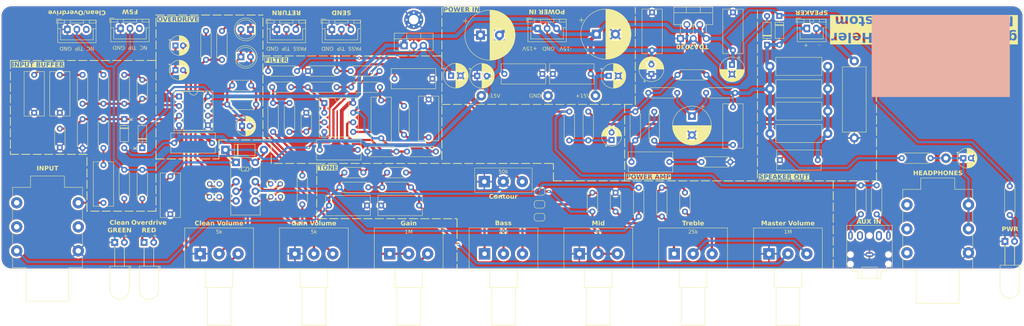
<source format=kicad_pcb>
(kicad_pcb (version 20241229) (generator "pcbnew") (generator_version "9.0")
  (layers (0 "F.Cu" signal) (2 "B.Cu" signal) (13 "F.Paste" user) (15 "B.Paste" user) (5 "F.SilkS" user "F.Silkscreen") (7 "B.SilkS" user "B.Silkscreen") (1 "F.Mask" user) (3 "B.Mask" user) (25 "Edge.Cuts" user))
  (net 0 "")
  (net 1 "Net-(D1-A)")
  (net 2 "GND")
  (net 3 "+15V")
  (net 4 "-15V")
  (net 5 "Net-(D4-A)")
  (net 6 "Net-(C1-Pad1)")
  (net 7 "IN_GND_SW_NC")
  (net 8 "Net-(C1-Pad2)")
  (net 9 "Net-(C4-Pad2)")
  (net 10 "Net-(C20-Pad1)")
  (net 11 "Net-(C5-Pad2)")
  (net 12 "Net-(C29-Pad2)")
  (net 13 "Net-(JP2-A)")
  (net 14 "Net-(U2A-+)")
  (net 15 "Net-(U2B-+)")
  (net 16 "Net-(U2A--)")
  (net 17 "Net-(U2B--)")
  (net 18 "Net-(C13-Pad2)")
  (net 19 "Net-(C11-Pad2)")
  (net 20 "Net-(U1A--)")
  (net 21 "CHN_SEL_A_NO")
  (net 22 "+5V")
  (net 23 "Net-(D6-K)")
  (net 24 "Net-(D6-A)")
  (net 25 "Net-(C19-Pad2)")
  (net 26 "Net-(C20-Pad2)")
  (net 27 "Net-(U4--)")
  (net 28 "Net-(C21-Pad1)")
  (net 29 "Net-(C24-Pad1)")
  (net 30 "Net-(JP4-A)")
  (net 31 "Net-(D10-K)")
  (net 32 "Net-(C28-Pad1)")
  (net 33 "CHN_SEL_B_COM")
  (net 34 "Net-(C32-Pad2)")
  (net 35 "Net-(C33-Pad1)")
  (net 36 "Net-(C33-Pad2)")
  (net 37 "Net-(C35-Pad2)")
  (net 38 "Net-(C36-Pad2)")
  (net 39 "Net-(C37-Pad2)")
  (net 40 "PREAMP_OUT")
  (net 41 "Net-(C40-Pad1)")
  (net 42 "Net-(C41-Pad1)")
  (net 43 "Net-(D8-A)")
  (net 47 "Net-(J4-Pin_3)")
  (net 48 "Net-(J4-Pin_2)")
  (net 49 "Net-(J5-Pin_2)")
  (net 53 "CHN_SEL_A_COM")
  (net 54 "CHN_SEL_B_NC")
  (net 55 "CHN_SEL_B_NO")
  (net 56 "Net-(R16-Pad2)")
  (net 57 "Net-(RV4-Pad2)")
  (net 60 "Net-(D2-A)")
  (net 61 "Net-(D3-K)")
  (net 62 "Net-(J3-PadR)")
  (net 63 "Net-(J3-PadT)")
  (net 64 "Net-(R10-Pad2)")
  (net 65 "Net-(LS1-Pad2)")
  (net 66 "Net-(JP2-B)")
  (net 67 "Net-(JP3-A)")
  (net 68 "Net-(JP4-B)")
  (net 69 "Net-(JP5-A)")
  (net 70 "Net-(JP6-A)")
  (net 71 "Net-(JP7-A)")
  (net 73 "Net-(JP8-A)")
  (footprint "Jumper:SolderJumper-2_P1.3mm_Bridged_RoundedPad1.0x1.5mm" (layer "F.Cu") (at 155.75 107.8 180)
    (property "Reference" "JP4" (hide yes))
    (property "Value" "~" (hide yes))
  )
  (footprint "Capacitor_THT:C_Rect_L11.5mm_W5.1mm_P10.00mm_MKT" (layer "F.Cu") (at 114 93.75 90)
    (property "Reference" "C37" (hide yes))
    (property "Value" "1.5n" (hide yes))
  )
  (footprint "Capacitor_THT:C_Disc_D5.0mm_W2.5mm_P5.00mm" (layer "F.Cu") (at 79.7 79.8 180)
    (property "Reference" "C17" (hide yes))
    (property "Value" "220p" (hide yes))
  )
  (footprint "LED_THT:LED_D5.0mm" (layer "F.Cu") (at 76.99 72.25)
    (property "Reference" "D6" (hide yes))
    (property "Value" "RED" (hide yes))
  )
  (footprint "Resistor_THT:R_Axial_DIN0207_L6.3mm_D2.5mm_P7.62mm_Horizontal" (layer "F.Cu") (at 251.25 99)
    (property "Reference" "R36" (hide yes))
    (property "Value" "680" (hide yes))
  )
  (footprint "TestPoint:TestPoint_THTPad_D2.5mm_Drill1.2mm" (layer "F.Cu") (at 158 82.5)
    (property "Reference" "TP2" (hide yes))
    (property "Value" "GND_TP" (hide yes))
  )
  (footprint "Resistor_THT:R_Axial_DIN0207_L6.3mm_D2.5mm_P7.62mm_Horizontal" (layer "F.Cu") (at 51 109.68 90)
    (property "Reference" "R41" (hide yes))
    (property "Value" "2k2" (hide yes))
  )
  (footprint "Resistor_THT:R_Axial_DIN0207_L6.3mm_D2.5mm_P7.62mm_Horizontal" (layer "F.Cu") (at 199.69 81.75)
    (property "Reference" "R25" (hide yes))
    (property "Value" "3k3" (hide yes))
  )
  (footprint "Resistor_THT:R_Axial_DIN0207_L6.3mm_D2.5mm_P7.62mm_Horizontal" (layer "F.Cu") (at 118 97.25 180)
    (property "Reference" "R40" (hide yes))
    (property "Value" "1k" (hide yes))
  )
  (footprint "Capacitor_THT:C_Rect_L11.5mm_W5.1mm_P10.00mm_MKT" (layer "F.Cu") (at 185.434784 60.5 -90)
    (property "Reference" "C23" (hide yes))
    (property "Value" "100n" (hide yes))
  )
  (footprint "Connector_Audio:Jack_6.35mm_Neutrik_NMJ6HFD2_Horizontal" (layer "F.Cu") (at 34.115 110.775 -90)
    (property "Reference" "J1" (hide yes))
    (property "Value" "INPUT" (hide yes))
  )
  (footprint "Capacitor_THT:C_Disc_D5.0mm_W2.5mm_P5.00mm" (layer "F.Cu") (at 29.25 91.19 -90)
    (property "Reference" "C6" (hide yes))
    (property "Value" "10p" (hide yes))
  )
  (footprint "Capacitor_THT:CP_Radial_D6.3mm_P2.50mm" (layer "F.Cu") (at 185.25 76.75 90)
    (property "Reference" "C27" (hide yes))
    (property "Value" "47u" (hide yes))
  )
  (footprint "Resistor_THT:R_Axial_DIN0207_L6.3mm_D2.5mm_P7.62mm_Horizontal" (layer "F.Cu") (at 181.9 114.41 90)
    (property "Reference" "R24" (hide yes))
    (property "Value" "1k" (hide yes))
  )
  (footprint "Resistor_THT:R_Axial_DIN0414_L11.9mm_D4.5mm_P15.24mm_Horizontal" (layer "F.Cu") (at 216.51 86.583333)
    (property "Reference" "R32" (hide yes))
    (property "Value" "33" (hide yes))
  )
  (footprint "TestPoint:TestPoint_THTPad_D2.5mm_Drill1.2mm" (layer "F.Cu") (at 140.4 82.5)
    (property "Reference" "TP3" (hide yes))
    (property "Value" "-15V_TP" (hide yes))
  )
  (footprint "Capacitor_THT:C_Rect_L11.5mm_W5.1mm_P10.00mm_MKT" (layer "F.Cu") (at 107.8 96.8 180)
    (property "Reference" "C14" (hide yes))
    (property "Value" "0.1u" (hide yes))
  )
  (footprint "Capacitor_THT:C_Disc_D5.0mm_W2.5mm_P5.00mm" (layer "F.Cu") (at 90.25 80.25 180)
    (property "Reference" "C35" (hide yes))
    (property "Value" "470p" (hide yes))
  )
  (footprint "Capacitor_THT:CP_Radial_D6.3mm_P2.50mm" (layer "F.Cu") (at 206.5 74.317621 -90)
    (property "Reference" "C26" (hide yes))
    (property "Value" "47u" (hide yes))
  )
  (footprint "LED_THT:LED_D5.0mm_Horizontal_O6.35mm_Z3.0mm" (layer "F.Cu") (at 51.475 121.25)
    (property "Reference" "D3" (hide yes))
    (property "Value" "RED" (hide yes))
  )
  (footprint "LED_THT:LED_D5.0mm" (layer "F.Cu") (at 79.54 65 180)
    (property "Reference" "D7" (hide yes))
    (property "Value" "GREEN" (hide yes))
  )
  (footprint "Potentiometer_THT:Potentiometer_Alps_RK163_Single_Horizontal" (layer "F.Cu") (at 166.25 124.25 90)
    (property "Reference" "RV6" (hide yes))
    (property "Value" "5k" (hide yes))
  )
  (footprint "Resistor_THT:R_Axial_DIN0207_L6.3mm_D2.5mm_P7.62mm_Horizontal" (layer "F.Cu") (at 128.41 97.25 180)
    (property "Reference" "R39" (hide yes))
    (property "Value" "1k" (hide yes))
  )
  (footprint "Capacitor_THT:CP_Radial_D6.3mm_P2.50mm" (layer "F.Cu") (at 132.417621 77.2)
    (property "Reference" "C16" (hide yes))
    (property "Value" "47u" (hide yes))
  )
  (footprint "Potentiometer_THT:Potentiometer_Alps_RK163_Single_Horizontal" (layer "F.Cu") (at 66.25 124.25 90)
    (property "Reference" "RV1" (hide yes))
    (property "Value" "5k" (hide yes))
  )
  (footprint "Capacitor_THT:C_Disc_D5.0mm_W2.5mm_P5.00mm" (layer "F.Cu") (at 104.3 102.8)
    (property "Reference" "C32" (hide yes))
    (property "Value" "560p" (hide yes))
  )
  (footprint "TestPoint:TestPoint_THTPad_D2.5mm_Drill1.2mm" (layer "F.Cu") (at 170.5 82.5)
    (property "Reference" "TP1" (hide yes))
    (property "Value" "+15V_TP" (hide yes))
  )
  (footprint "Capacitor_THT:CP_Radial_D13.0mm_P5.00mm" (layer "F.Cu") (at 140.184784 66.5)
    (property "Reference" "C10" (hide yes))
    (property "Value" "2200u" (hide yes))
  )
  (footprint "Capacitor_THT:CP_Radial_D5.0mm_P2.00mm" (layer "F.Cu") (at 59.75 75.75)
    (property "Reference" "C13" (hide yes))
    (property "Value" "10u" (hide yes))
  )
  (footprint "Resistor_THT:R_Axial_DIN0207_L6.3mm_D2.5mm_P7.62mm_Horizontal" (layer "F.Cu") (at 72 73.01 90)
    (property "Reference" "R8" (hide yes))
    (property "Value" "560" (hide yes))
  )
  (footprint "Resistor_THT:R_Axial_DIN0207_L6.3mm_D2.5mm_P7.62mm_Horizontal" (layer "F.Cu") (at 102.99 106.7)
    (property "Reference" "R26" (hide yes))
    (property "Value" "47k" (hide yes))
  )
  (footprint "Resistor_THT:R_Axial_DIN0414_L11.9mm_D4.5mm_P15.24mm_Horizontal" (layer "F.Cu") (at 216.51 92.5)
    (property "Reference" "R35" (hide yes))
    (property "Value" "33" (hide yes))
  )
  (footprint "Resistor_THT:R_Axial_DIN0207_L6.3mm_D2.5mm_P7.62mm_Horizontal" (layer "F.Cu") (at 84.19 76)
    (property "Reference" "R10" (hide yes))
    (property "Value" "330" (hide yes))
  )
  (footprint "Capacitor_THT:CP_Radial_D5.0mm_P2.00mm" (layer "F.Cu") (at 59.75 69.25)
    (property "Reference" "C12" (hide yes))
    (property "Value" "10u" (hide yes))
  )
  (footprint "Diode_THT:D_DO-41_SOD81_P10.16mm_Horizontal" (layer "F.Cu") (at 72.92 96.8)
    (property "Reference" "D1" (hide yes))
    (property "Value" "1N4007" (hide yes))
  )
  (footprint "Resistor_THT:R_Axial_DIN0207_L6.3mm_D2.5mm_P7.62mm_Horizontal" (layer "F.Cu") (at 40.75 77 -90)
    (property "Reference" "R4" (hide yes))
    (property "Value" "820" (hide yes))
  )
  (footprint "Connector_JST:JST_XH_B3B-XH-A_1x03_P2.50mm_Vertical" (layer "F.Cu") (at 45.25 64.75)
    (property "Reference" "SW2" (hide yes))
    (property "Value" "FOOTSWITCH" (hide yes))
  )
  (footprint "Resistor_THT:R_Axial_DIN0207_L6.3mm_D2.5mm_P7.62mm_Horizontal" (layer "F.Cu") (at 240.5 113.81 90)
    (property "Reference" "R12" (hide yes))
    (property "Value" "3k3" (hide yes))
  )
  (footprint "Relay_THT:Relay_DPDT_Omron_G6S-2" (layer "F.Cu") (at 75.72 100.12)
    (property "Reference" "K1" (hide yes))
    (property "Value" "G6S-2" (hide yes))
  )
  (footprint "Capacitor_THT:C_Rect_L11.5mm_W5.1mm_P10.00mm_MKT" (layer "F.Cu") (at 58.4 103.8 -90)
    (property "Reference" "C18" (hide yes))
    (property "Value" "10n" (hide yes))
  )
  (footprint "Resistor_THT:R_Axial_DIN0414_L11.9mm_D4.5mm_P15.24mm_Horizontal" (layer "F.Cu") (at 216.51 74.75)
    (property "Reference" "R29" (hide yes))
    (property "Value" "33" (hide yes))
  )
  (footprint "Resistor_THT:R_Axial_DIN0207_L6.3mm_D2.5mm_P7.62mm_Horizontal" (layer "F.Cu") (at 114.24 106.7)
    (property "Reference" "R27" (hide yes))
    (property "Value" "47k" (hide yes))
  )
  (footprint "Resistor_THT:R_Axial_DIN0207_L6.3mm_D2.5mm_P7.62mm_Horizontal" (layer "F.Cu") (at 188 106.79 -90)
    (property "Reference" "R23" (hide yes))
    (property "Value" "10k" (hide yes))
  )
  (footprint "Capacitor_THT:C_Rect_L11.5mm_W5.1mm_P10.00mm_MKT" (layer "F.Cu") (at 169.25 76.75 180)
    (property "Reference" "C2" (hide yes))
    (property "Value" "10n" (hide yes))
  )
  (footprint "Capacitor_THT:C_Rect_L11.5mm_W5.1mm_P10.00mm_MKT" (layer "F.Cu") (at 100.25 111.5)
    (property "Reference" "C31" (hide yes))
    (property "Value" "10n" (hide yes))
  )
  (footprint "Diode_THT:D_DO-35_SOD27_P7.62mm_Horizontal" (layer "F.Cu") (at 215.75 69.06 90)
    (property "Reference" "D10" (hide yes))
    (property "Value" "1N4148" (hide yes))
  )
  (footprint "Resistor_THT:R_Axial_DIN0207_L6.3mm_D2.5mm_P7.62mm_Horizontal" (layer "F.Cu") (at 81.01 84.8 180)
    (property "Reference" "R13" (hide yes))
    (property "Value" "1M" (hide yes))
  )
  (footprint "Resistor_THT:R_Axial_DIN0207_L6.3mm_D2.5mm_P7.62mm_Horizontal" (layer "F.Cu") (at 40.75 96.31 90)
    (property "Reference" "R1" (hide yes))
    (property "Value" "10k" (hide yes))
  )
  (footprint "MountingHole:MountingHole_2.5mm_Pad_Via" (layer "F.Cu") (at 122.575825 62.424175)
    (property "Reference" "H1" (hide yes))
    (property "Value" "LM7805_Heatsink" (hide yes))
  )
  (footprint "Resistor_THT:R_Axial_DIN0207_L6.3mm_D2.5mm_P7.62mm_Horizontal" (layer "F.Cu") (at 94.69 76)
    (property "Reference" "R7" (hide yes))
    (property "Value" "10k" (hide yes))
  )
  (footprint "Resistor_THT:R_Axial_DIN0207_L6.3mm_D2.5mm_P7.62mm_Horizontal" (layer "F.Cu") (at 89.81 84.44 -90)
    (property "Reference" "R33" (hide yes))
    (property "Value" "100k" (hide yes))
  )
  (footprint "Connector_Audio:Jack_6.35mm_Neutrik_NMJ6HFD2_Horizontal" (layer "F.Cu") (at 268.865 111.3 -90)
    (property "Reference" "J6" (hide yes))
    (property "Value" "HEADPHONES" (hide yes))
  )
  (footprint "Capacitor_THT:C_Rect_L11.5mm_W5.1mm_P10.00mm_MKT" (layer "F.Cu") (at 22.5 87 90)
    (property "Reference" "C5" (hide yes))
    (property "Value" "0.15u" (hide yes))
  )
  (footprint "Package_DIP:DIP-8_W7.62mm_Socket" (layer "F.Cu") (at 99 84.44)
    (property "Reference" "U2" (hide yes))
    (property "Value" "BA4560" (hide yes))
  )
  (footprint "Jumper:SolderJumper-2_P1.3mm_Bridged_RoundedPad1.0x1.5mm" (layer "F.Cu") (at 155.75 114.6)
    (property "Reference" "JP3" (hide yes))
    (property "Value" "~" (hide yes))
  )
  (footprint "Diode_THT:D_DO-35_SOD27_P7.62mm_Horizontal" (layer "F.Cu") (at 46.25 88.69 -90)
    (property "Reference" "D5" (hide yes))
    (property "Value" "1N4148" (hide yes))
  )
  (footprint "Capacitor_THT:CP_Radial_D5.0mm_P2.00mm" (layer "F.Cu") (at 174.75 94.205112 90)
    (property "Reference" "C21" (hide yes))
    (property "Value" "10u" (hide yes))
  )
  (footprint "Resistor_THT:R_Axial_DIN0207_L6.3mm_D2.5mm_P7.62mm_Horizontal" (layer "F.Cu") (at 120 85.19 -90)
    (property "Reference" "R34" (hide yes))
    (property "Value" "100k" (hide yes))
  )
  (footprint "Capacitor_THT:CP_Radial_D6.3mm_P2.50mm" (layer "F.Cu") (at 174 77.25)
    (property "Reference" "C7" (hide yes))
    (property "Value" "47u" (hide yes))
  )
  (footprint "Capacitor_THT:C_Rect_L11.5mm_W5.1mm_P10.00mm_MKT" (layer "F.Cu") (at 124 111.5 180)
    (property "Reference" "C34" (hide yes))
    (property "Value" "1n" (hide yes))
  )
  (footprint "Connector_JST:JST_XH_B3B-XH-A_1x03_P2.50mm_Vertical" (layer "F.Cu") (at 101 65)
    (property "Reference" "J4" (hide yes))
    (property "Value" "SEND" (hide yes))
  )
  (footprint "Capacitor_THT:C_Rect_L11.5mm_W5.1mm_P10.00mm_MKT" (layer "F.Cu") (at 126.5 93.5 90)
    (property "Reference" "C39" (hide yes))
    (property "Value" "2.2n" (hide yes))
  )
  (footprint "Capacitor_THT:C_Rect_L11.5mm_W5.1mm_P10.00mm_MKT" (layer "F.Cu") (at 117.5 78)
    (property "Reference" "C41" (hide yes))
    (property "Value" "100n" (hide yes))
  )
  (footprint "Resistor_THT:R_Axial_DIN0207_L6.3mm_D2.5mm_P7.62mm_Horizontal" (layer "F.Cu") (at 186 86.75 -90)
    (property "Reference" "R21" (hide yes))
    (property "Value" "100k" (hide yes))
  )
  (footprint "Resistor_THT:R_Axial_DIN0207_L6.3mm_D2.5mm_P7.62mm_Horizontal" (layer "F.Cu") (at 93.2 103.59 -90)
    (property "Reference" "R16" (hide yes))
    (property "Value" "10k" (hide yes))
  )
  (footprint "Capacitor_THT:CP_Radial_D10.0mm_P5.00mm" (layer "F.Cu") (at 195.94 87.882323 -90)
    (property "Reference" "C24" (hide yes))
    (property "Value" "1000u" (hide yes))
  )
  (footprint "Capacitor_THT:C_Disc_D5.0mm_W2.5mm_P5.00mm" (layer "F.Cu") (at 115.55 102.8)
    (property "Reference" "C33" (hide yes))
    (property "Value" "22n" (hide yes))
  )
  (footprint "Resistor_THT:R_Axial_DIN0207_L6.3mm_D2.5mm_P7.62mm_Horizontal" (layer "F.Cu") (at 94.63 80.25)
    (property "Reference" "R38" (hide yes))
    (property "Value" "390" (hide yes))
  )
  (footprint "Diode_THT:D_DO-35_SOD27_P7.62mm_Horizontal" (layer "F.Cu") (at 219 61.44 -90)
    (property "Reference" "D9" (hide yes))
    (property "Value" "1N4148" (hide yes))
  )
  (footprint "Connector_Audio:Jack_3.5mm_CUI_SJ1-3525N_Horizontal" (layer "F.Cu") (at 242.75 124.45)
    (property "Reference" "J3" (hide yes))
    (property "Value" "AUX INPUT" (hide yes))
  )
  (footprint "Resistor_THT:R_Axial_DIN0414_L11.9mm_D4.5mm_P15.24mm_Horizontal" (layer "F.Cu") (at 216.51 80.666667)
    (property "Reference" "R31" (hide yes))
    (property "Value" "33" (hide yes))
  )
  (footprint "Potentiometer_THT:Potentiometer_Alps_RK163_Single_Horizontal" (layer "F.Cu") (at 91.25 124.25 90)
    (property "Reference" "RV3" (hide yes))
    (property "Value" "5k" (hide yes))
  )
  (footprint "Capacitor_THT:C_Disc_D5.0mm_W2.5mm_P5.00mm" (layer "F.Cu") (at 194.1 108.1 -90)
    (property "Reference" "C29" (hide yes))
    (property "Value" "2n" (hide yes))
  )
  (footprint "Resistor_THT:R_Axial_DIN0207_L6.3mm_D2.5mm_P7.62mm_Horizontal" (layer "F.Cu") (at 67.8 65.39 -90)
    (property "Reference" "R6" (hide yes))
    (property "Value" "1M" (hide yes))
  )
  (footprint "Resistor_THT:R_Axial_DIN0207_L6.3mm_D2.5mm_P7.62mm_Horizontal" (layer "F.Cu") (at 168.6 94.31 90)
    (property "Reference" "R19" (hide yes))
    (property "Value" "1k5" (hide yes))
  )
  (footprint "LED_THT:LED_D5.0mm_Horizontal_O6.35mm_Z3.0mm" (layer "F.Cu") (at 278.475 120.975)
    (property "Reference" "D8" (hide yes))
    (property "Value" "RED" (hide yes))
  )
  (footprint "Resistor_THT:R_Axial_DIN0207_L6.3mm_D2.5mm_P7.62mm_Horizontal" (layer "F.Cu") (at 198.44 100)
    (property "Reference" "R17" (hide yes))
    (property "Value" "390" (hide yes))
  )
  (footprint "Capacitor_THT:CP_Radial_D5.0mm_P2.00mm" (layer "F.Cu") (at 77.294888 90.5)
    (property "Reference" "C19" (hide yes))
    (property "Value" "10u" (hide yes))
  )
  (footprint "Connector_JST:JST_XH_B2B-XH-A_1x02_P2.50mm_Vertical" (layer "F.Cu") (at 226.25 64.75)
    (property "Reference" "LS1" (hide yes))
    (property "Value" "SPEAKER" (hide yes))
  )
  (footprint "Capacitor_THT:C_Rect_L11.5mm_W5.1mm_P10.00mm_MKT" (layer "F.Cu") (at 29.25 87 90)
    (property "Reference" "C4" (hide yes))
    (property "Value" "0.1u" (hide yes))
  )
  (footprint "Capacitor_THT:C_Disc_D5.0mm_W2.5mm_P5.00mm" (layer "F.Cu") (at 175.8 113.1 90)
    (property "Reference" "C25" (hide yes))
    (property "Value" "22n" (hide yes))
  )
  (footprint "TestPoint:TestPoint_2Pads_Pitch2.54mm_Drill0.8mm" (layer "F.Cu") (at 87.4 105.8 180)
    (property "Reference" "JP6" (hide yes))
    (property "Value" "~" (hide yes))
  )
  (footprint "TestPoint:TestPoint_2Pads_Pitch2.54mm_Drill0.8mm" (layer "F.Cu") (at 84.9 109.2)
    (property "Reference" "JP5" (hide yes))
    (property "Value" "~" (hide yes))
  )
  (footprint "TestPoint:TestPoint_2Pads_Pitch2.54mm_Drill0.8mm" (layer "F.Cu") (at 71.25 109.2 180)
    (property "Reference" "JP7" (hide yes))
    (property "Value" "~" (hide yes))
  )
  (footprint "Diode_THT:D_DO-35_SOD27_P7.62mm_Horizontal" (layer "F.Cu") (at 51 96.31 90)
    (property "Reference" "D4" (hide yes))
    (property "Value" "1N4148" (hide yes))
  )
  (footprint "Package_DIP:DIP-8_W7.62mm_Socket" (layer "F.Cu") (at 60.69 82.69)
    (property "Reference" "U1" (hide yes))
    (property "Value" "TL072" (hide yes))
  )
  (footprint "Resistor_THT:R_Axial_DIN0207_L6.3mm_D2.5mm_P7.62mm_Horizontal" (layer "F.Cu") (at 113.56 76 180)
    (property "Reference" "R9" (hide yes))
    (property "Value" "10k" (hide yes))
  )
  (footprint "Capacitor_THT:CP_Radial_D6.3mm_P2.50mm" (layer "F.Cu") (at 139.31762 77.25)
    (property "Reference" "C8" (hide yes))
    (property "Value" "47u" (hide yes))
  )
  (footprint "Resistor_THT:R_Axial_DIN0207_L6.3mm_D2.5mm_P7.62mm_Horizontal" (layer "F.Cu") (at 46.25 109.68 90)
    (property "Reference" "R42" (hide yes))
    (property "Value" "3k3" (hide yes))
  )
  (footprint "Capacitor_THT:C_Rect_L11.5mm_W5.1mm_P10.00mm_MKT" (layer "F.Cu") (at 206.75 70.5 90)
    (property "Reference" "C22" (hide yes))
    (property "Value" "100n" (hide yes))
  )
  (footprint "TestPoint:TestPoint_THTPad_D2.5mm_Drill1.2mm" (layer "F.Cu") (at 262.9 99 90)
    (property "Reference" "TP17" (hide yes))
    (property "Value" "HEADPHONES_OUT" (hide yes))
  )
  (footprint "Capacitor_THT:C_Disc_D5.0mm_W2.5mm_P5.00mm" (layer "F.Cu") (at 51 83.31 90)
    (property "Reference" "C11" (hide yes))
    (property "Value" "10p" (hide yes))
  )
  (footprint "Potentiometer_THT:Potentiometer_Alps_RK163_Single_Horizontal" (layer "F.Cu") (at 116.25 124.25 90)
    (property "Reference" "RV2" (hide yes))
    (property "Value" "1M" (hide yes))
  )
  (footprint "Capacitor_THT:CP_Radial_D13.0mm_P5.00mm" (layer "F.Cu") (at 170.75 66.25)
    (property "Reference" "C9" (hide yes))
    (property "Value" "2200u" (hide yes))
  )
  (footprint "Capacitor_THT:CP_Radial_D5.0mm_P2.00mm" (layer "F.Cu") (at 267.5 99)
    (property "Reference" "C40" (hide yes))
    (property "Value" "10u" (hide yes))
  )
  (footprint "Package_TO_SOT_THT:TO-220-5_P3.4x3.7mm_StaggerOdd_Lead3.8mm_Vertical" (layer "F.Cu") (at 192.9 67.4)
    (property "Reference" "U4" (hide yes))
    (property "Value" "TDA2030" (hide yes))
  )
  (footprint "Capacitor_THT:C_Rect_L11.5mm_W5.1mm_P10.00mm_MKT" (layer "F.Cu") (at 206.75 95.5 90)
    (property "Reference" "C28" (hide yes))
    (property "Value" "4.7n" (hide yes))
  )
  (footprint "Resistor_THT:R_Axial_DIN0207_L6.3mm_D2.5mm_P7.62mm_Horizontal" (layer "F.Cu") (at 244.65 113.81 90)
    (property "Reference" "R11" (hide yes))
    (property "Value" "3k3" (hide yes))
  )
  (footprint "TestPoint:TestPoint_2Pads_Pitch2.54mm_Drill0.8mm" (layer "F.Cu") (at 68.75 105.8)
    (property "Reference" "JP8" (hide yes))
    (property "Value" "~" (hide yes))
  )
  (footprint "Connector_JST:JST_XH_B3B-XH-A_1x03_P2.50mm_Vertical" (layer "F.Cu") (at 155.25 64.75)
    (property "Reference" "J2" (hide yes))
    (property "Value" "PWR_CONN" (hide yes))
  )
  (footprint "Capacitor_THT:C_Rect_L11.5mm_W5.1mm_P10.00mm_MKT" (layer "F.Cu") (at 219.13 99.5)
    (property "Reference" "C36" (hide yes))
    (property "Value" "220n" (hide yes))
  )
  (footprint "Package_TO_SOT_THT:TO-220-3_Vertical" (layer "F.Cu") (at 120.035825 69.244175)
    (property "Reference" "U3" (hide yes))
    (property "Value" "LM7805_TO220" (hide yes))
  )
  (footprint "Potentiometer_THT:Potentiometer_Alps_RK163_Single_Horizontal" (layer "F.Cu") (at 191.25 124.25 90)
    (property "Reference" "RV4" (hide yes))
    (property "Value" "25k" (hide yes))
  )
  (footprint "Capacitor_THT:C_Disc_D5.0mm_W2.5mm_P5.00mm" (layer "F.Cu") (at 94.25 92 90)
    (property "Reference" "C38" (hide yes))
    (property "Value" "47p" (hide yes))
  )
  (footprint "Capacitor_THT:C_Rect_L11.5mm_W5.1mm_P10.00mm_MKT" (layer "F.Cu") (at 69.4 95 180)
    (property "Reference" "C15" (hide yes))
    (property "Value" "0.1u" (hide yes))
  )
  (footprint "Resistor_THT:R_Axial_DIN0207_L6.3mm_D2.5mm_P7.62mm_Horizontal" (layer "F.Cu") (at 35.25 77 -90)
    (property "Reference" "R3" (hide yes))
    (property "Value" "1k" (hide yes))
  )
  (footprint "Potentiometer_THT:Potentiometer_Alps_RK163_Single_Horizontal" (layer "F.Cu") (at 216.25 124.25 90)
    (property "Reference" "RV8" (hide yes))
    (property "Value" "1M" (hide yes))
  )
  (footprint "Resistor_THT:R_Axial_DIN0207_L6.3mm_D2.5mm_P7.62mm_Horizontal" (layer "F.Cu") (at 35.25 88.69 -90)
    (property "Reference" "R2" (hide yes))
    (property "Value" "1M" (hide yes))
  )
  (footprint "Resistor_THT:R_Axial_DIN0207_L6.3mm_D2.5mm_P7.62mm_Horizontal" (layer "F.Cu") (at 279.75 106.39 -90)
    (property "Reference" "R15" (hide yes))
    (property "Value" "4k7" (hide yes))
  )
  (footprint "Resistor_THT:R_Axial_DIN0207_L6.3mm_D2.5mm_P7.62mm_Horizontal" (layer "F.Cu") (at 181 94.31 90)
    (property "Reference" "R18" (hide yes))
    (property "Value" "3k9" (hide yes))
  )
  (footprint "Potentiometer_THT:Potentiometer_Alps_RK163_Single_Horizontal" (layer "F.Cu") (at 141.25 124.25 90)
    (property "Reference" "RV5" (hide yes))
    (property "Value" "25k" (hide yes))
  )
  (footprint "Connector_JST:JST_XH_B3B-XH-A_1x03_P2.50mm_Vertical" (layer "F.Cu") (at 31.25 65)
    (property "Reference" "SW1" (hide yes))
    (property "Value" "Clean/Overdrive" (hide yes))
  )
  (footprint "Resistor_THT:R_Axial_DIN0207_L6.3mm_D2.5mm_P7.62mm_Horizontal" (layer "F.Cu") (at 184.44 81.75)
    (property "Reference" "R20" (hide yes))
    (property "Value" "3k3" (hide yes))
  )
  (footprint "LED_THT:LED_D5.0mm_Horizontal_O6.35mm_Z3.0mm" (layer "F.Cu") (at 43.725 121.25)
    (property "Reference" "D2" (hide yes))
    (property "Value" "GREEN" (hide yes))
  )
  (footprint "Resistor_THT:R_Axial_DIN0617_L17.0mm_D6.0mm_P20.32mm_Horizontal" (layer "F.Cu") (at 238.75 73.34 -90)
    (property "Reference" "R37" (hide yes))
    (property "Value" "0.1" (hide yes))
  )
  (footprint "Capacitor_THT:C_Rect_L11.5mm_W5.1mm_P10.00mm_MKT" (layer "F.Cu") (at 156.5 76.75 180)
    (property "Reference" "C3" (hide yes))
    (property "Value" "10n" (hide yes))
  )
  (footprint "Capacitor_THT:C_Rect_L11.5mm_W5.1mm_P10.00mm_MKT" (layer "F.Cu") (at 40.75 110.81 90)
    (property "Reference" "C1" (hide yes))
    (property "Value" "22n" (hide yes))
  )
  (footprint "Capacitor_THT:C_Disc_D5.0mm_W2.5mm_P5.00mm" (layer "F.Cu") (at 169.7 108.1 -90)
    (property "Reference" "C30" (hide yes))
    (property "Value" "220n" (hide yes))
  )
  (footprint "Potentiometer_THT:Potentiometer_Alps_RK163_Single_Horizontal" (layer "F.Cu") (at 141.2 105.2 90)
    (property "Reference" "RV7" (hide yes))
    (property "Value" "50k" (hide yes))
  )
  (footprint "Capacitor_THT:C_Rect_L11.5mm_W5.1mm_P10.00mm_MKT" (layer "F.Cu") (at 180 100)
    (property "Reference" "C20" (hide yes))
    (property "Value" "100n" (hide yes))
  )
  (footprint "Resistor_THT:R_Axial_DIN0207_L6.3mm_D2.5mm_P7.62mm_Horizontal" (layer "F.Cu") (at 46.25 84.62 90)
    (property "Reference" "R5" (hide yes))
    (property "Value" "6k8" (hide yes))
  )
  (footprint "Resistor_THT:R_Axial_DIN0207_L6.3mm_D2.5mm_P7.62mm_Horizontal" (layer "F.Cu") (at 106.07 80.25)
    (property "Reference" "R30" (hide yes))
    (property "Value" "100k" (hide yes))
  )
  (footprint "Resistor_THT:R_Axial_DIN0207_L6.3mm_D2.5mm_P7.62mm_Horizontal" (layer "F.Cu") (at 85.5 92.06 90)
    (property "Reference" "R28" (hide yes))
    (property "Value" "100k" (hide yes))
  )
  (footprint "Resistor_THT:R_Axial_DIN0207_L6.3mm_D2.5mm_P7.62mm_Horizontal" (layer "F.Cu") (at 192.13 77)
    (property "Reference" "R22" (hide yes))
    (property "Value" "560k" (hide yes))
  )
  (footprint "Connector_JST:JST_XH_B3B-XH-A_1x03_P2.50mm_Vertical" (layer "F.Cu") (at 86.5 65)
    (property "Reference" "J5" (hide yes))
    (property "Value" "RETURN" (hide yes))
  )
  (footprint "Jumper:SolderJumper-2_P1.3mm_Bridged_RoundedPad1.0x1.5mm" (layer "F.Cu") (at 155.75 111.2 180)
    (property "Reference" "JP2" (hide yes))
    (property "Value" "~" (hide yes))
  )
  (footprint "Resistor_THT:R_Axial_DIN0207_L6.3mm_D2.5mm_P7.62mm_Horizontal" (layer "F.Cu") (at 163.6 86.69 -90)
    (property "Reference" "R14" (hide yes))
    (property "Value" "330" (hide yes))
  )
  (gr_line (start 36.4 98) (end 16.2 98) (stroke (width 0.2) (type dash)) (layer "F.SilkS"))
  (gr_line (start 85 100.4) (end 85 94.2) (stroke (width 0.2) (type dash)) (layer "F.SilkS"))
  (gr_rect (start 138.644975 101.6) (end 153.8 108.005025) (stroke (width 0.1)) (fill no) (layer "F.SilkS"))
  (gr_line (start 82.8 94.2) (end 82.8 61.2) (stroke (width 0.2) (type dash)) (layer "F.SilkS"))
  (gr_line (start 54.6 61.2) (end 82.8 61.2) (stroke (width 0.2) (type dash)) (layer "F.SilkS"))
  (gr_line (start 233.2 128) (end 233.2 105) (stroke (width 0.2) (type dash)) (layer "F.SilkS"))
  (gr_line (start 97 100.4) (end 159.4 100.4) (stroke (width 0.2) (type dash)) (layer "F.SilkS"))
  (gr_line (start 54.6 73.2) (end 54.6 113) (stroke (width 0.2) (type dash)) (layer "F.SilkS"))
  (gr_line (start 36.4 113) (end 36.4 98) (stroke (width 0.2) (type dash)) (layer "F.SilkS"))
  (gr_line (start 16.2 73.2) (end 54.6 73.2) (stroke (width 0.2) (type dash)) (layer "F.SilkS"))
  (gr_line (start 213.2 104.2) (end 213.2 59.6) (stroke (width 0.2) (type dash)) (layer "F.SilkS"))
  (gr_line (start 71.2 94.2) (end 71.2 99.2) (stroke (width 0.2) (type dash)) (layer "F.SilkS"))
  (gr_line (start 130 84.8) (end 181 84.8) (stroke (width 0.2) (type dash)) (layer "F.SilkS"))
  (gr_line (start 97.4 114.97) (end 134 115) (stroke (width 0.2) (type dash)) (layer "F.SilkS"))
  (gr_line (start 97 114.969689) (end 97 100.4) (stroke (width 0.2) (type dash)) (layer "F.SilkS"))
  (gr_line (start 16.2 73.2) (end 16.2 98) (stroke (width 0.2) (type dash)) (layer "F.SilkS"))
  (gr_line (start 130 73.2) (end 130 59.2) (stroke (width 0.2) (type dash)) (layer "F.SilkS"))
  (gr_line (start 159.4 105) (end 159.4 100.4) (stroke (width 0.2) (type dash)) (layer "F.SilkS"))
  (gr_line (start 159.4 105) (end 244.6 105) (stroke (width 0.2) (type dash)) (layer "F.SilkS"))
  (gr_line (start 71.2 94.2) (end 82.8 94.2) (stroke (width 0.2) (type dash)) (layer "F.SilkS"))
  (gr_line (start 54.6 73.2) (end 54.6 61.2) (stroke (width 0.2) (type dash)) (layer "F.SilkS"))
  (gr_line (start 134 115) (end 134 128) (stroke (width 0.2) (type dash)) (layer "F.SilkS"))
  (gr_line (start 129.8 72) (end 82.8 72) (stroke (width 0.2) (type dash)) (layer "F.SilkS"))
  (gr_line (start 54.6 99.2) (end 71.2 99.2) (stroke (width 0.2) (type dash)) (layer "F.SilkS"))
  (gr_line (start 244.6 105) (end 244.6 69.8) (stroke (width 0.2) (type dash)) (layer "F.SilkS"))
  (gr_line (start 82.8 94.2) (end 85 94.2) (stroke (width 0.2) (type dash)) (layer "F.SilkS"))
  (gr_line (start 54.6 113) (end 36.4 113) (stroke (width 0.2) (type dash)) (layer "F.SilkS"))
  (gr_line (start 130 99.4) (end 130 73.2) (stroke (width 0.2) (type dash)) (layer "F.SilkS"))
  (gr_line (start 97 100.4) (end 85 100.4) (stroke (width 0.2) (type dash)) (layer "F.SilkS"))
  (gr_line (start 178.2 84.8) (end 178.2 105) (stroke (width 0.2) (type dash)) (layer "F.SilkS"))
  (gr_line (start 181 84.8) (end 181 59.2) (stroke (width 0.2) (type dash)) (layer "F.SilkS"))
  (gr_rect (start 243.4 61.2) (end 279.7 82.8) (stroke (width 0.1)) (fill yes) (layer "B.SilkS"))
  (gr_line (start 280.5 128.5) (end 16.5 128.5) (stroke (width 0.05)) (layer "Edge.Cuts"))
  (gr_line (start 13.5 125.5) (end 13.5 61.5) (stroke (width 0.05)) (layer "Edge.Cuts"))
  (gr_line (start 283.5 61.5) (end 283.5 125.5) (stroke (width 0.05)) (layer "Edge.Cuts"))
  (gr_arc (start 283.5 125.5) (mid 282.62132 127.62132) (end 280.5 128.5) (stroke (width 0.05)) (layer "Edge.Cuts"))
  (gr_arc (start 280.5 58.5) (mid 282.62132 59.37868) (end 283.5 61.5) (stroke (width 0.05)) (layer "Edge.Cuts"))
  (gr_arc (start 16.5 128.5) (mid 14.37868 127.62132) (end 13.5 125.5) (stroke (width 0.05)) (layer "Edge.Cuts"))
  (gr_line (start 16.5 58.5) (end 280.5 58.5) (stroke (width 0.05)) (layer "Edge.Cuts"))
  (gr_arc (start 13.5 61.5) (mid 14.37868 59.37868) (end 16.5 58.5) (stroke (width 0.05)) (layer "Edge.Cuts"))
  (gr_text "v1.0" (at 20.6 65.8 180) (layer "F.Cu") (effects (font (size 3 3) (thickness 0.6) (bold yes))))
  (gr_text "-15V   GND   +15V" (at 157.75 70 180) (layer "F.SilkS") (effects (font (size 1 1))))
  (gr_text "1M" (at 221.25 118.5 0) (layer "F.SilkS") (effects (font (size 1 1))))
  (gr_text "Gain" (at 121.25 116.25 0) (layer "F.SilkS") (effects (font (size 1.2 1.2) (thickness 0.24) (bold yes))))
  (gr_text "-      +" (at 52.75 119.525 0) (layer "F.SilkS") (effects (font (size 1 1))))
  (gr_text "PASS  TIP  GND" (at 89 70 180) (layer "F.SilkS") (effects (font (size 1 1))))
  (gr_text "PASS  TIP  GND" (at 103.5 70 180) (layer "F.SilkS") (effects (font (size 1 1))))
  (gr_text "5k" (at 71.25 118.5 0) (layer "F.SilkS") (effects (font (size 1 1))))
  (gr_text "POWER AMP" (at 178.6 104 0) (layer "F.SilkS" knockout) (effects (font (size 1.2 1.2) (thickness 0.24) (bold yes)) (justify left)))
  (gr_text "SEND" (at 103.5 60.5 180) (layer "F.SilkS") (effects (font (size 1.2 1.2) (thickness 0.24) (bold yes))))
  (gr_text "TDA2030" (at 196.05 69.5 180) (layer "F.SilkS") (effects (font (size 1.2 1.2) (thickness 0.24) (bold yes))))
  (gr_text "SPEAKER OUT" (at 213.6 104 0) (layer "F.SilkS" knockout) (effects (font (size 1.2 1.2) (thickness 0.24) (bold yes)) (justify left)))
  (gr_text "NC  TIP  GND" (at 33.75 70 180) (layer "F.SilkS") (effects (font (size 1 1))))
  (gr_text "1M" (at 121.25 118.5 0) (layer "F.SilkS") (effects (font (size 1 1))))
  (gr_text "-      +" (at 227.6 69.2 180) (layer "F.SilkS") (effects (font (size 1 1))))
  (gr_text "Clean Volume" (at 71.25 116.25 0) (layer "F.SilkS") (effects (font (size 1.2 1.2) (thickness 0.24) (bold yes))))
  (gr_text "FSW" (at 47.75 60.25 180) (layer "F.SilkS") (effects (font (size 1.2 1.2) (thickness 0.24) (bold yes))))
  (gr_text "INPUT BUFFER" (at 16.6 74.4 0) (layer "F.SilkS" knockout) (effects (font (size 1.2 1.2) (thickness 0.24) (bold yes)) (justify left)))
  (gr_text "+15V" (at 167.2 82.6 0) (layer "F.SilkS") (effects (font (size 1 1))))
  (gr_text "Gain Volume" (at 96.25 116.25 0) (layer "F.SilkS") (effects (font (size 1.2 1.2) (thickness 0.24) (bold yes))))
  (gr_text "-15V" (at 143.8 82.6 0) (layer "F.SilkS") (effects (font (size 1 1))))
  (gr_text "25k" (at 196.25 118.5 0) (layer "F.SilkS") (effects (font (size 1 1))))
  (gr_text "PWR" (at 279.8 117.8 0) (layer "F.SilkS") (effects (font (size 1.2 1.2) (thickness 0.24) (bold yes))))
  (gr_text "AUX IN" (at 242.6 115.8 0) (layer "F.SilkS") (effects (font (size 1.2 1.2) (thickness 0.24) (bold yes))))
  (gr_text "Treble" (at 196.25 116.25 0) (layer "F.SilkS") (effects (font (size 1.2 1.2) (thickness 0.24) (bold yes))))
  (gr_text "Overdrive\nRED" (at 52.75 117.085 0) (layer "F.SilkS") (effects (font (size 1.2 1.2) (thickness 0.24) (bold yes))))
  (gr_text "HEADPHONES" (at 260.8 103 0) (layer "F.SilkS") (effects (font (size 1.2 1.2) (thickness 0.24) (bold yes))))
  (gr_text "POWER IN" (at 157.684784 60.25 180) (layer "F.SilkS") (effects (font (size 1.2 1.2) (thickness 0.24) (bold yes))))
  (gr_text "Master Volume" (at 221.25 116.25 0) (layer "F.SilkS") (effects (font (size 1.2 1.2) (thickness 0.24) (bold yes))))
  (gr_text "5k" (at 171.25 118.5 0) (layer "F.SilkS") (effects (font (size 1 1))))
  (gr_text "FILTER" (at 83.2 73.2 0) (layer "F.SilkS" knockout) (effects (font (size 1.2 1.2) (thickness 0.24) (bold yes)) (justify left)))
  (gr_text "Clean\nGREEN" (at 45 117.085 0) (layer "F.SilkS") (effects (font (size 1.2 1.2) (thickness 0.24) (bold yes))))
  (gr_text "-      +" (at 279.8 119.2 0) (layer "F.SilkS") (effects (font (size 1 1))))
  (gr_text "GND" (at 154.6 82.6 0) (layer "F.SilkS") (effects (font (size 1 1))))
  (gr_text "50k" (at 146.2 102.6 0) (layer "F.SilkS") (effects (font (size 1 1))))
  (gr_text "25k" (at 146.25 118.5 0) (layer "F.SilkS") (effects (font (size 1 1))))
  (gr_text "INPUT" (at 26 101.75 0) (layer "F.SilkS") (effects (font (size 1.2 1.2) (thickness 0.24) (bold yes))))
  (gr_text "Mid" (at 171.25 116.25 0) (layer "F.SilkS") (effects (font (size 1.2 1.2) (thickness 0.24) (bold yes))))
  (gr_text "TONE" (at 97.4 101.6 0) (layer "F.SilkS" knockout) (effects (font (size 1.2 1.2) (thickness 0.24) (bold yes)) (justify left)))
  (gr_text "OVERDRIVE" (at 55 62.4 0) (layer "F.SilkS" knockout) (effects (font (size 1.2 1.2) (thickness 0.24) (bold yes)) (justify left)))
  (gr_text "Bass" (at 146.2 116.2 0) (layer "F.SilkS") (effects (font (size 1.2 1.2) (thickness 0.24) (bold yes))))
  (gr_text "SPEAKER" (at 227.5 60.475 180) (layer "F.SilkS") (effects (font (size 1.2 1.2) (thickness 0.24) (bold yes))))
  (gr_text "5k" (at 96.25 118.5 0) (layer "F.SilkS") (effects (font (size 1 1))))
  (gr_text "NC  TIP  GND" (at 47.75 69.75 180) (layer "F.SilkS") (effects (font (size 1 1))))
  (gr_text "POWER IN" (at 130.4 59.8 0) (layer "F.SilkS" knockout) (effects (font (size 1.2 1.2) (thickness 0.24) (bold yes)) (justify left)))
  (gr_text "Contour" (at 146.2 109.2 0) (layer "F.SilkS") (effects (font (size 1.2 1.2) (thickness 0.24) (bold yes))))
  (gr_text "Clean/Overdrive" (at 33.75 60.5 180) (layer "F.SilkS") (effects (font (size 1.2 1.2) (thickness 0.24) (bold yes))))
  (gr_text "-      +" (at 45 119.525 0) (layer "F.SilkS") (effects (font (size 1 1))))
  (gr_text "github.com/AleksaHeler\nMarshall MG10 Custom" (at 257.2 64.8 180) (layer "F.SilkS" knockout) (effects (font (size 2.6 2.6) (thickness 0.24) (bold yes))))
  (gr_text "RETURN" (at 89 60.5 180) (layer "F.SilkS") (effects (font (size 1.2 1.2) (thickness 0.24) (bold yes))))
  (segment (start 83.08 96.8) (end 83.08 97.84) (width 0.6) (layer "F.Cu") (net 1))
  (segment (start 83.08 97.84) (end 80.8 100.12) (width 0.6) (layer "F.Cu") (net 1))
  (segment (start 33.75 66.75) (end 33.75 65) (width 0.6) (layer "B.Cu") (net 1))
  (segment (start 54.54 102.06) (end 51 102.06) (width 0.6) (layer "B.Cu") (net 1))
  (segment (start 78.64 98.4) (end 58.2 98.4) (width 0.6) (layer "B.Cu") (net 1))
  (segment (start 43.5 99.31) (end 43.5 74.75) (width 0.6) (layer "B.Cu") (net 1))
  (segment (start 58.2 98.4) (end 54.54 102.06) (width 0.6) (layer "B.Cu") (net 1))
  (segment (start 80.37 100.13) (end 78.64 98.4) (width 0.6) (layer "B.Cu") (net 1))
  (segment (start 47.75 70.5) (end 47.75 64.75) (width 0.6) (layer "B.Cu") (net 1))
  (segment (start 41.75 74.75) (end 33.75 66.75) (width 0.6) (layer "B.Cu") (net 1))
  (segment (start 81 100.13) (end 80.37 100.13) (width 0.6) (layer "B.Cu") (net 1))
  (segment (start 43.5 74.75) (end 41.75 74.75) (width 0.6) (layer "B.Cu") (net 1))
  (segment (start 51 102.06) (end 46.25 102.06) (width 0.6) (layer "B.Cu") (net 1))
  (segment (start 43.5 74.75) (end 47.75 70.5) (width 0.6) (layer "B.Cu") (net 1))
  (segment (start 46.25 102.06) (end 43.5 99.31) (width 0.6) (layer "B.Cu") (net 1))
  (segment (start 66.6 92.2) (end 66.6 84.4) (width 1) (layer "F.Cu") (net 3))
  (segment (start 105.56 84.44) (end 103.6 86.4) (width 1) (layer "F.Cu") (net 3))
  (segment (start 103.6 86.4) (end 103.6 94) (width 1) (layer "F.Cu") (net 3))
  (segment (start 103.6 94) (end 106.4 96.8) (width 1) (layer "F.Cu") (net 3))
  (segment (start 66.6 84.4) (end 68.31 82.69) (width 1) (layer "F.Cu") (net 3))
  (segment (start 106.4 96.8) (end 107.8 96.8) (width 1) (layer "F.Cu") (net 3))
  (segment (start 169.25 76.75) (end 169.25 67.75) (width 1) (layer "F.Cu") (net 3))
  (segment (start 69.4 95) (end 66.6 92.2) (width 1) (layer "F.Cu") (net 3))
  (segment (start 169.25 67.75) (end 170.75 66.25) (width 1) (layer "F.Cu") (net 3))
  (segment (start 106.62 84.44) (end 105.56 84.44) (width 1) (layer "F.Cu") (net 3))
  (segment (start 170.5 82.5) (end 170.5 78) (width 1) (layer "B.Cu") (net 3))
  (segment (start 106.6 82.69) (end 68.31 82.69) (width 1) (layer "B.Cu") (net 3))
  (segment (start 206.75 74.067621) (end 206.5 74.317621) (width 1) (layer "B.Cu") (net 3))
  (segment (start 51 92.8) (end 57.6 86.2) (width 0.6) (layer "B.Cu") (net 3))
  (segment (start 106.6 84.42) (end 106.62 84.44) (width 1) (layer "B.Cu") (net 3))
  (segment (start 121.25 66.75) (end 133.75 66.75) (width 1) (layer "B.Cu") (net 3))
  (segment (start 197.7 65.4) (end 199.7 67.4) (width 1) (layer "B.Cu") (net 3))
  (segment (start 190.9 65.4) (end 197.7 65.4) (width 1) (layer "B.Cu") (net 3))
  (segment (start 211.05 60) (end 203.65 67.4) (width 0.6) (layer "B.Cu") (net 3))
  (segment (start 217.56 60) (end 211.05 60) (width 0.6) (layer "B.Cu") (net 3))
  (segment (start 115.255825 69.244175) (end 108.2 76.3) (width 1) (layer "B.Cu") (net 3))
  (segment (start 171.25 77.25) (end 170.5 78) (width 1) (layer "B.Cu") (net 3))
  (segment (start 120.035825 69.244175) (end 115.255825 69.244175) (width 1) (layer "B.Cu") (net 3))
  (segment (start 279.75 106.39) (end 279.75 104.75) (width 0.6) (layer "B.Cu") (net 3))
  (segment (start 120.035825 69.244175) (end 120.035825 67.964175) (width 1) (layer "B.Cu") (net 3))
  (segment (start 173.25 63.75) (end 189.25 63.75) (width 1) (layer "B.Cu") (net 3))
  (segment (start 244.5 71.75) (end 234 61.25) (width 0.6) (layer "B.Cu") (net 3))
  (segment (start 269.75 94.75) (end 255.5 94.75) (width 0.6) (layer "B.Cu") (net 3))
  (segment (start 157.75 62.25) (end 160.25 64.75) (width 1) (layer "B.Cu") (net 3))
  (segment (start 67.2 80.2) (end 68.31 81.31) (width 0.6) (layer "B.Cu") (net 3))
  (segment (start 107.51 82.69) (end 106.6 82.69) (width 1) (layer "B.Cu") (net 3))
  (segment (start 106.6 82.69) (end 106.6 84.42) (width 1) (layer "B.Cu") (net 3))
  (segment (start 170.75 66.25) (end 161.75 66.25) (width 1) (layer "B.Cu") (net 3))
  (segment (start 68.31 81.31) (end 68.31 82.69) (width 0.6) (layer "B.Cu") (net 3))
  (segment (start 138.25 62.25) (end 157.75 62.25) (width 1) (layer "B.Cu") (net 3))
  (segment (start 244.5 83.75) (end 244.5 71.75) (width 0.6) (layer "B.Cu") (net 3))
  (segment (start 234 61.25) (end 219.19 61.25) (width 0.6) (layer "B.Cu") (net 3))
  (segment (start 206.75 70.5) (end 206.75 74.067621) (width 1) (layer "B.Cu") (net 3))
  (segment (start 170.75 66.25) (end 173.25 63.75) (width 1) (layer "B.Cu") (net 3))
  (segment (start 200 67.1) (end 199.7 67.4) (width 1) (layer "B.Cu") (net 3))
  (segment (start 108.2 82) (end 107.51 82.69) (width 1) (layer "B.Cu") (net 3))
  (segment (start 59.4 80.2) (end 67.2 80.2) (width 0.6) (layer "B.Cu") (net 3))
  (segment (start 199.7 67.4) (end 203.65 67.4) (width 1) (layer "B.Cu") (net 3))
  (segment (start 170.5 78) (end 169.25 76.75) (width 1) (layer "B.Cu") (net 3))
  (segment (start 174 77.25) (end 171.25 77.25) (width 1) (layer "B.Cu") (net 3))
  (segment (start 51 96.31) (end 51 92.8) (width 0.6) (layer "B.Cu") (net 3))
  (segment (start 57.6 86.2) (end 57.6 82) (width 0.6) (layer "B.Cu") (net 3))
  (segment (start 108.2 76.3) (end 108.2 82) (width 1) (layer "B.Cu") (net 3))
  (segment (start 161.75 66.25) (end 160.25 64.75) (width 1) (layer "B.Cu") (net 3))
  (segment (start 189.25 63.75) (end 190.9 65.4) (width 1) (layer "B.Cu") (net 3))
  (segment (start 219 61.44) (end 217.56 60) (width 0.6) (layer "B.Cu") (net 3))
  (segment (start 255.5 94.75) (end 244.5 83.75) (width 0.6) (layer "B.Cu") (net 3))
  (segment (start 203.65 67.4) (end 206.75 70.5) (width 1) (layer "B.Cu") (net 3))
  (segment (start 279.75 104.75) (end 269.75 94.75) (width 0.6) (layer "B.Cu") (net 3))
  (segment (start 57.6 82) (end 59.4 80.2) (width 0.6) (layer "B.Cu") (net 3))
  (segment (start 219.19 61.25) (end 219 61.44) (width 0.6) (layer "B.Cu") (net 3))
  (segment (start 133.75 66.75) (end 138.25 62.25) (width 1) (layer "B.Cu") (net 3))
  (segment (start 120.035825 67.964175) (end 121.25 66.75) (width 1) (layer "B.Cu") (net 3))
  (segment (start 208 79) (end 205.25 79) (width 0.6) (layer "B.Cu") (net 4))
  (segment (start 99 94.4) (end 108.8 94.4) (width 1) (layer "B.Cu") (net 4))
  (segment (start 161 70.5) (end 155.25 64.75) (width 1) (layer "B.Cu") (net 4))
  (segment (start 127.3 95.6) (end 140.4 82.5) (width 1) (layer "B.Cu") (net 4))
  (segment (start 215.75 62.75) (end 209.75 68.75) (width 0.6) (layer "B.Cu") (net 4))
  (segment (start 209.75 68.75) (end 209.75 77.25) (width 0.6) (layer "B.Cu") (net 4))
  (segment (start 141.81762 77.25) (end 141.81762 81.08238) (width 1) (layer "B.Cu") (net 4))
  (segment (start 209.75 77.25) (end 208 79) (width 0.6) (layer "B.Cu") (net 4))
  (segment (start 141.81762 81.08238) (end 140.4 82.5) (width 1) (layer "B.Cu") (net 4))
  (segment (start 145.184784 66.5) (end 145.184784 75.434784) (width 1) (layer "B.Cu") (net 4))
  (segment (start 72.2 93.4) (end 61 93.4) (width 1) (layer "B.Cu") (net 4))
  (segment (start 46.25 96.31) (end 48.14 98.2) (width 0.6) (layer "B.Cu") (net 4))
  (segment (start 53.4 98.2) (end 56.6 95) (width 0.6) (layer "B.Cu") (net 4))
  (segment (start 185.434784 70.5) (end 161 70.5) (width 1) (layer "B.Cu") (net 4))
  (segment (start 185.25 70.684784) (end 185.434784 70.5) (width 1) (layer "B.Cu") (net 4))
  (segment (start 146.934784 64.75) (end 145.184784 66.5) (width 1) (layer "B.Cu") (net 4))
  (segment (start 155.25 64.75) (end 146.934784 64.75) (width 1) (layer "B.Cu") (net 4))
  (segment (start 60.69 93.71) (end 59.4 95) (width 1) (layer "B.Cu") (net 4))
  (segment (start 73.2 94.4) (end 72.2 93.4) (width 1) (layer "B.Cu") (net 4))
  (segment (start 205.25 79) (end 203.5 77.25) (width 0.6) (layer "B.Cu") (net 4))
  (segment (start 56.6 95) (end 59.4 95) (width 0.6) (layer "B.Cu") (net 4))
  (segment (start 193.2 70.5) (end 185.434784 70.5) (width 1) (layer "B.Cu") (net 4))
  (segment (start 203.5 74.6) (end 196.3 67.4) (width 0.6) (layer "B.Cu") (net 4))
  (segment (start 141.81762 77.25) (end 143.369568 77.25) (width 1) (layer "B.Cu") (net 4))
  (segment (start 143.369568 77.25) (end 145.184784 75.434784) (width 1) (layer "B.Cu") (net 4))
  (segment (start 185.25 74.25) (end 185.25 70.684784) (width 1) (layer "B.Cu") (net 4))
  (segment (start 110 95.6) (end 127.3 95.6) (width 1) (layer "B.Cu") (net 4))
  (segment (start 99 94.4) (end 99 92.06) (width 1) (layer "B.Cu") (net 4))
  (segment (start 97.8 94.4) (end 97.8 96.8) (width 1) (layer "B.Cu") (net 4))
  (segment (start 196.3 67.4) (end 193.2 70.5) (width 1) (layer "B.Cu") (net 4))
  (segment (start 60.69 90.31) (end 60.69 93.71) (width 1) (layer "B.Cu") (net 4))
  (segment (start 99 94.4) (end 97.8 94.4) (width 1) (layer "B.Cu") (net 4))
  (segment (start 108.8 94.4) (end 110 95.6) (width 1) (layer "B.Cu") (net 4))
  (segment (start 97.8 94.4) (end 73.2 94.4) (width 1) (layer "B.Cu") (net 4))
  (segment (start 203.5 77.25) (end 203.5 74.6) (width 0.6) (layer "B.Cu") (net 4))
  (segment (start 215.75 61.44) (end 215.75 62.75) (width 0.6) (layer "B.Cu") (net 4))
  (segment (start 61 93.4) (end 60.69 93.71) (width 1) (layer "B.Cu") (net 4))
  (segment (start 48.14 98.2) (end 53.4 98.2) (width 0.6) (layer "B.Cu") (net 4))
  (segment (start 145.184784 75.434784) (end 146.5 76.75) (width 1) (layer "B.Cu") (net 4))
  (segment (start 35.25 88.69) (end 40.75 88.69) (width 0.6) (layer "F.Cu") (net 5))
  (segment (start 46.25 88.69) (end 51 88.69) (width 0.6) (layer "F.Cu") (net 5))
  (segment (start 59.77 88.69) (end 60.69 87.77) (width 0.6) (layer "F.Cu") (net 5))
  (segment (start 51 88.69) (end 59.77 88.69) (width 0.6) (layer "F.Cu") (net 5))
  (segment (start 40.75 88.69) (end 46.25 88.69) (width 0.6) (layer "F.Cu") (net 5))
  (segment (start 29.25 91.19) (end 32.75 91.19) (width 0.6) (layer "F.Cu") (net 5))
  (segment (start 32.75 91.19) (end 35.25 88.69) (width 0.6) (layer "F.Cu") (net 5))
  (segment (start 40.715 110.775) (end 40.75 110.81) (width 0.6) (layer "F.Cu") (net 6))
  (segment (start 34.115 110.775) (end 40.715 110.775) (width 0.6) (layer "F.Cu") (net 6))
  (segment (start 100.25 109.44) (end 100.25 111.5) (width 0.6) (layer "F.Cu") (net 7))
  (segment (start 102.99 106.7) (end 102.99 104.11) (width 0.6) (layer "F.Cu") (net 7))
  (segment (start 102.99 104.11) (end 104.3 102.8) (width 0.6) (layer "F.Cu") (net 7))
  (segment (start 102.99 106.7) (end 100.25 109.44) (width 0.6) (layer "F.Cu") (net 7))
  (segment (start 96.25 115.5) (end 68.75 115.5) (width 0.6) (layer "B.Cu") (net 7))
  (segment (start 100.25 111.5) (end 100.25 111.25) (width 0.6) (layer "B.Cu") (net 7))
  (segment (start 179.6 106) (end 180.39 106.79) (width 0.6) (layer "B.Cu") (net 7))
  (segment (start 100.25 111.5) (end 96.25 115.5) (width 0.6) (layer "B.Cu") (net 7))
  (segment (start 104.69 108.4) (end 154.2 108.4) (width 0.6) (layer "B.Cu") (net 7))
  (segment (start 156.6 106) (end 179.6 106) (width 0.6) (layer "B.Cu") (net 7))
  (segment (start 57.85 126.4) (end 20.81 126.4) (width 0.6) (layer "B.Cu") (net 7))
  (segment (start 154.2 108.4) (end 156.6 106) (width 0.6) (layer "B.Cu") (net 7))
  (segment (start 102.99 106.7) (end 104.69 108.4) (width 0.6) (layer "B.Cu") (net 7))
  (segment (start 68.75 115.5) (end 57.85 126.4) (width 0.6) (layer "B.Cu") (net 7))
  (segment (start 180.39 106.79) (end 181.9 106.79) (width 0.6) (layer "B.Cu") (net 7))
  (segment (start 20.81 126.4) (end 17.885 123.475) (width 0.6) (layer "B.Cu") (net 7))
  (segment (start 40.75 100.81) (end 40.75 96.31) (width 0.6) (layer "F.Cu") (net 8))
  (segment (start 29.25 77) (end 35.25 77) (width 0.6) (layer "F.Cu") (net 9))
  (segment (start 186 86.75) (end 186 89.31) (width 0.6) (layer "B.Cu") (net 10))
  (segment (start 186 89.31) (end 181 94.31) (width 0.6) (layer "B.Cu") (net 10))
  (segment (start 180 100) (end 180 95.31) (width 0.6) (layer "B.Cu") (net 10))
  (segment (start 180 95.31) (end 181 94.31) (width 0.6) (layer "B.Cu") (net 10))
  (segment (start 38.5 74.75) (end 40.75 77) (width 0.6) (layer "F.Cu") (net 11))
  (segment (start 22.5 77) (end 24.75 74.75) (width 0.6) (layer "F.Cu") (net 11))
  (segment (start 24.75 74.75) (end 38.5 74.75) (width 0.6) (layer "F.Cu") (net 11))
  (segment (start 201.2 124.2) (end 201.25 124.25) (width 0.6) (layer "F.Cu") (net 12))
  (segment (start 194.1 113.1) (end 201.2 120.2) (width 0.6) (layer "F.Cu") (net 12))
  (segment (start 201.2 120.2) (end 201.2 124.2) (width 0.6) (layer "F.Cu") (net 12))
  (segment (start 191.2 117.41) (end 191.2 124.2) (width 0.6) (layer "F.Cu") (net 13))
  (segment (start 169.7 108.1) (end 170.8 108.1) (width 0.6) (layer "F.Cu") (net 13))
  (segment (start 185.99 114.41) (end 184.2 116.2) (width 0.6) (layer "F.Cu") (net 13))
  (segment (start 156.4 111.2) (end 166.6 111.2) (width 0.6) (layer "F.Cu") (net 13))
  (segment (start 179 116.2) (end 175.9 113.1) (width 0.6) (layer "F.Cu") (net 13))
  (segment (start 188.2 114.41) (end 185.99 114.41) (width 0.6) (layer "F.Cu") (net 13))
  (segment (start 188.2 114.41) (end 191.2 117.41) (width 0.6) (layer "F.Cu") (net 13))
  (segment (start 166.6 111.2) (end 169.7 108.1) (width 0.6) (layer "F.Cu") (net 13))
  (segment (start 170.8 108.1) (end 175.8 113.1) (width 0.6) (layer "F.Cu") (net 13))
  (segment (start 156.4 111.2) (end 156.4 114.6) (width 0.6) (layer "F.Cu") (net 13))
  (segment (start 191.2 124.2) (end 191.25 124.25) (width 0.6) (layer "F.Cu") (net 13))
  (segment (start 184.2 116.2) (end 179 116.2) (width 0.6) (layer "F.Cu") (net 13))
  (segment (start 175.9 113.1) (end 175.8 113.1) (width 0.6) (layer "F.Cu") (net 13))
  (segment (start 96.73 89.52) (end 94.25 92) (width 0.6) (layer "F.Cu") (net 14))
  (segment (start 89.87 92) (end 89.81 92.06) (width 0.6) (layer "F.Cu") (net 14))
  (segment (start 94.25 92) (end 89.87 92) (width 0.6) (layer "F.Cu") (net 14))
  (segment (start 99 89.52) (end 96.73 89.52) (width 0.6) (layer "F.Cu") (net 14))
  (segment (start 120.21 92.81) (end 120.9 93.5) (width 0.6) (layer "F.Cu") (net 15))
  (segment (start 120.9 93.5) (end 126.5 93.5) (width 0.6) (layer "F.Cu") (net 15))
  (segment (start 120 92.81) (end 120.21 92.81) (width 0.6) (layer "F.Cu") (net 15))
  (segment (start 119.25 92.06) (end 120 92.81) (width 0.6) (layer "F.Cu") (net 15))
  (segment (start 106.62 92.06) (end 119.25 92.06) (width 0.6) (layer "F.Cu") (net 15))
  (segment (start 94.63 80.25) (end 98.82 84.44) (width 0.6) (layer "F.Cu") (net 16))
  (segment (start 94.63 80.25) (end 90.25 80.25) (width 0.6) (layer "F.Cu") (net 16))
  (segment (start 99 86.98) (end 99 84.44) (width 0.6) (layer "F.Cu") (net 16))
  (segment (start 98.82 84.44) (end 99 84.44) (width 0.6) (layer "F.Cu") (net 16))
  (segment (start 106.2 94.2) (end 105 93) (width 0.6) (layer "F.Cu") (net 17))
  (segment (start 118 97.25) (end 114.45 97.25) (width 0.6) (layer "F.Cu") (net 17))
  (segment (start 105 93) (end 105 90) (width 0.6) (layer "F.Cu") (net 17))
  (segment (start 105.48 89.52) (end 106.62 89.52) (width 0.6) (layer "F.Cu") (net 17))
  (segment (start 114.45 97.25) (end 111.4 94.2) (width 0.6) (layer "F.Cu") (net 17))
  (segment (start 120.79 97.25) (end 118 97.25) (width 0.6) (layer "F.Cu") (net 17))
  (segment (start 105 90) (end 105.48 89.52) (width 0.6) (layer "F.Cu") (net 17))
  (segment (start 111.4 94.2) (end 106.2 94.2) (width 0.6) (layer "F.Cu") (net 17))
  (segment (start 76.25 124.25) (end 73.5 127) (width 0.6) (layer "F.Cu") (net 18))
  (segment (start 62.6 76.6) (end 61.75 75.75) (width 0.6) (layer "F.Cu") (net 18))
  (segment (start 64.25 127) (end 62.6 125.35) (width 0.6) (layer "F.Cu") (net 18))
  (segment (start 62.6 125.35) (end 62.6 76.6) (width 0.6) (layer "F.Cu") (net 18))
  (segment (start 73.5 127) (end 64.25 127) (width 0.6) (layer "F.Cu") (net 18))
  (segment (start 55.75 79.25) (end 56.25 79.25) (width 0.6) (layer "F.Cu") (net 19))
  (segment (start 54.81 78.31) (end 55.75 79.25) (width 0.6) (layer "F.Cu") (net 19))
  (segment (start 51 78.31) (end 54.81 78.31) (width 0.6) (layer "F.Cu") (net 19))
  (segment (start 59.19 82.69) (end 60.69 82.69) (width 0.6) (layer "F.Cu") (net 19))
  (segment (start 49.69 77) (end 51 78.31) (width 0.6) (layer "F.Cu") (net 19))
  (segment (start 59.75 75.75) (end 59.75 69.25) (width 0.6) (layer "F.Cu") (net 19))
  (segment (start 55.75 79.25) (end 59.19 82.69) (width 0.6) (layer "F.Cu") (net 19))
  (segment (start 46.25 77) (end 49.69 77) (width 0.6) (layer "F.Cu") (net 19))
  (segment (start 56.25 79.25) (end 59.75 75.75) (width 0.6) (layer "F.Cu") (net 19))
  (segment (start 40.75 84.62) (end 46.25 84.62) (width 0.6) (layer "F.Cu") (net 20))
  (segment (start 49.69 84.62) (end 51 83.31) (width 0.6) (layer "F.Cu") (net 20))
  (segment (start 51 83.31) (end 54.06 83.31) (width 0.6) (layer "F.Cu") (net 20))
  (segment (start 35.25 84.62) (end 40.75 84.62) (width 0.6) (layer "F.Cu") (net 20))
  (segment (start 46.25 84.62) (end 49.69 84.62) (width 0.6) (layer "F.Cu") (net 20))
  (segment (start 60.46 85) (end 60.69 85.23) (width 0.6) (layer "F.Cu") (net 20))
  (segment (start 54.06 83.31) (end 55.75 85) (width 0.6) (layer "F.Cu") (net 20))
  (segment (start 55.75 85) (end 60.46 85) (width 0.6) (layer "F.Cu") (net 20))
  (segment (start 63.8 104.29) (end 68.71 109.2) (width 0.6) (layer "F.Cu") (net 21))
  (segment (start 63.8 75.2) (end 63.8 104.29) (width 0.6) (layer "F.Cu") (net 21))
  (segment (start 61.75 73.15) (end 63.8 75.2) (width 0.6) (layer "F.Cu") (net 21))
  (segment (start 67.8 66.79) (end 67.8 65.39) (width 0.6) (layer "F.Cu") (net 21))
  (segment (start 65.34 69.25) (end 67.8 66.79) (width 0.6) (layer "F.Cu") (net 21))
  (segment (start 61.75 69.25) (end 61.75 73.15) (width 0.6) (layer "F.Cu") (net 21))
  (segment (start 61.75 69.25) (end 65.34 69.25) (width 0.6) (layer "F.Cu") (net 21))
  (segment (start 75.72 100.12) (end 75.72 99.48) (width 0.6) (layer "F.Cu") (net 22))
  (segment (start 101.4 86.2) (end 105.6 82) (width 0.6) (layer "F.Cu") (net 22))
  (segment (start 107 82) (end 108.2 80.8) (width 0.6) (layer "F.Cu") (net 22))
  (segment (start 96.2 94.8) (end 100.2 94.8) (width 0.6) (layer "F.Cu") (net 22))
  (segment (start 105.6 82) (end 107 82) (width 0.6) (layer "F.Cu") (net 22))
  (segment (start 100.2 94.8) (end 101.4 93.6) (width 0.6) (layer "F.Cu") (net 22))
  (segment (start 72.92 96.8) (end 72.92 97.32) (width 0.6) (layer "F.Cu") (net 22))
  (segment (start 54.015 121.25) (end 54.015 108.185) (width 0.6) (layer "F.Cu") (net 22))
  (segment (start 54.015 108.185) (end 58.4 103.8) (width 0.6) (layer "F.Cu") (net 22))
  (segment (start 94.8 96.2) (end 96.2 94.8) (width 0.6) (layer "F.Cu") (net 22))
  (segment (start 101.4 93.6) (end 101.4 86.2) (width 0.6) (layer "F.Cu") (net 22))
  (segment (start 108.2 80.8) (end 108.2 79.6) (width 0.6) (layer "F.Cu") (net 22))
  (segment (start 72.92 97.32) (end 75.72 100.12) (width 0.6) (layer "F.Cu") (net 22))
  (segment (start 108.2 79.6) (end 111.4 76.4) (width 0.6) (layer "F.Cu") (net 22))
  (segment (start 58.4 103.8) (end 58.4 103.6) (width 0.6) (layer "F.Cu") (net 22))
  (via (at 111.4 76.4) (size 0.8) (drill 0.4) (layers "F.Cu" "B.Cu") (net 22))
  (via (at 94.8 96.2) (size 0.8) (drill 0.4) (layers "F.Cu" "B.Cu") (net 22))
  (segment (start 82.8 99.2) (end 86.2 99.2) (width 0.6) (layer "B.Cu") (net 22))
  (segment (start 62.08 100.12) (end 58.4 103.8) (width 0.6) (layer "B.Cu") (net 22))
  (segment (start 111.4 76.4) (end 111.4 76.2) (width 0.6) (layer "B.Cu") (net 22))
  (segment (start 115.8 71.8) (end 122.56 71.8) (width 0.6) (layer "B.Cu") (net 22))
  (segment (start 88.4 97) (end 89.2 96.2) (width 0.6) (layer "B.Cu") (net 22))
  (segment (start 75.72 100.12) (end 75.88 100.12) (width 0.6) (layer "B.Cu") (net 22))
  (segment (start 80.4 96.8) (end 82.8 99.2) (width 0.6) (layer "B.Cu") (net 22))
  (segment (start 89.2 96.2) (end 94.8 96.2) (width 0.6) (layer "B.Cu") (net 22))
  (segment (start 72.92 96.8) (end 80.4 96.8) (width 0.6) (layer "B.Cu") (net 22))
  (segment (start 111.4 76.2) (end 115.8 71.8) (width 0.6) (layer "B.Cu") (net 22))
  (segment (start 132.417621 77.2) (end 132.417621 76.545971) (width 0.6) (layer "B.Cu") (net 22))
  (segment (start 86.2 99.2) (end 88.4 97) (width 0.6) (layer "B.Cu") (net 22))
  (segment (start 75.72 100.12) (end 62.08 100.12) (width 0.6) (layer "B.Cu") (net 22))
  (segment (start 132.417621 76.545971) (end 125.115825 69.244175) (width 0.6) (layer "B.Cu") (net 22))
  (segment (start 122.56 71.8) (end 125.115825 69.244175) (width 0.6) (layer "B.Cu") (net 22))
  (segment (start 78.2 92.4) (end 77.294888 91.494888) (width 0.6) (layer "F.Cu") (net 23))
  (segment (start 74.7 74.54) (end 76.99 72.25) (width 0.6) (layer "F.Cu") (net 23))
  (segment (start 73.39 84.8) (end 73.39 81.11) (width 0.6) (layer "F.Cu") (net 23))
  (segment (start 98 113) (end 98 111) (width 0.6) (layer "F.Cu") (net 23))
  (segment (start 76.99 72.25) (end 76.99 72.01) (width 0.6) (layer "F.Cu") (net 23))
  (segment (start 77 72) (end 77 65) (width 0.6) (layer "F.Cu") (net 23))
  (segment (start 90 99.8) (end 82.6 92.4) (width 0.6) (layer "F.Cu") (net 23))
  (segment (start 121.25 124.25) (end 116.25 124.25) (width 0.6) (layer "F.Cu") (net 23))
  (segment (start 90 103) (end 90 99.8) (width 0.6) (layer "F.Cu") (net 23))
  (segment (start 73.39 84.8) (end 68.74 84.8) (width 0.6) (layer "F.Cu") (net 23))
  (segment (start 73.39 81.11) (end 74.7 79.8) (width 0.6) (layer "F.Cu") (net 23))
  (segment (start 77.294888 91.494888) (end 77.294888 90.5) (width 0.6) (layer "F.Cu") (net 23))
  (segment (start 109.25 124.25) (end 98 113) (width 0.6) (layer "F.Cu") (net 23))
  (segment (start 74.7 79.8) (end 74.7 74.54) (width 0.6) (layer "F.Cu") (net 23))
  (segment (start 116.25 124.25) (end 109.25 124.25) (width 0.6) (layer "F.Cu") (net 23))
  (segment (start 98 111) (end 90 103) (width 0.6) (layer "F.Cu") (net 23))
  (segment (start 82.6 92.4) (end 78.2 92.4) (width 0.6) (layer "F.Cu") (net 23))
  (segment (start 76.99 72.01) (end 77 72) (width 0.6) (layer "F.Cu") (net 23))
  (segment (start 68.74 84.8) (end 68.31 85.23) (width 0.6) (layer "F.Cu") (net 23))
  (segment (start 77.294888 88.704888) (end 73.39 84.8) (width 0.6) (layer "B.Cu") (net 23))
  (segment (start 77.294888 90.5) (end 77.294888 88.704888) (width 0.6) (layer "B.Cu") (net 23))
  (segment (start 96.2 110.8) (end 95.101 109.701) (width 0.6) (layer "F.Cu") (net 24))
  (segment (start 82.264156 93.6) (end 76.2 93.6) (width 0.6) (layer "F.Cu") (net 24))
  (segment (start 79.54 65) (end 79.54 69.75) (width 0.6) (layer "F.Cu") (net 24))
  (segment (start 123.9 126.6) (end 108.8 126.6) (width 0.6) (layer "F.Cu") (net 24))
  (segment (start 79.54 69.75) (end 79.54 72.24) (width 0.6) (layer "F.Cu") (net 24))
  (segment (start 94.338892 108.899) (end 94.299 108.899) (width 0.6) (layer "F.Cu") (net 24))
  (segment (start 72.8 87.77) (end 68.31 87.77) (width 0.6) (layer "F.Cu") (net 24))
  (segment (start 88.6 103.2) (end 88.6 99.935844) (width 0.6) (layer "F.Cu") (net 24))
  (segment (start 75.14 62.25) (end 78.5 62.25) (width 0.6) (layer "F.Cu") (net 24))
  (segment (start 126.25 124.25) (end 123.9 126.6) (width 0.6) (layer "F.Cu") (net 24))
  (segment (start 79.54 63.29) (end 79.54 65) (width 0.6) (layer "F.Cu") (net 24))
  (segment (start 79.53 72.25) (end 79.53 72.73) (width 0.6) (layer "F.Cu") (net 24))
  (segment (start 78.5 62.25) (end 79.54 63.29) (width 0.6) (layer "F.Cu") (net 24))
  (segment (start 94.299 108.899) (end 88.6 103.2) (width 0.6) (layer "F.Cu") (net 24))
  (segment (start 72.8 87.77) (end 79.23 87.77) (width 0.6) (layer "F.Cu") (net 24))
  (segment (start 95.101 109.701) (end 95.101 109.661108) (width 0.6) (layer "F.Cu") (net 24))
  (segment (start 79.23 87.77) (end 81.01 85.99) (width 0.6) (layer "F.Cu") (net 24))
  (segment (start 88.6 99.935844) (end 82.264156 93.6) (width 0.6) (layer "F.Cu") (net 24))
  (segment (start 72.8 90.2) (end 72.8 87.77) (width 0.6) (layer "F.Cu") (net 24))
  (segment (start 81.01 84.8) (end 81.01 81.11) (width 0.6) (layer "F.Cu") (net 24))
  (segment (start 79.54 72.24) (end 79.53 72.25) (width 0.6) (layer "F.Cu") (net 24))
  (segment (start 108.8 126.6) (end 96.2 114) (width 0.6) (layer "F.Cu") (net 24))
  (segment (start 76.2 93.6) (end 72.8 90.2) (width 0.6) (layer "F.Cu") (net 24))
  (segment (start 79.53 72.73) (end 79.7 72.9) (width 0.6) (layer "F.Cu") (net 24))
  (segment (start 72 65.39) (end 75.14 62.25) (width 0.6) (layer "F.Cu") (net 24))
  (segment (start 81.01 81.11) (end 79.7 79.8) (width 0.6) (layer "F.Cu") (net 24))
  (segment (start 81.01 85.99) (end 81.01 84.8) (width 0.6) (layer "F.Cu") (net 24))
  (segment (start 96.2 114) (end 96.2 110.8) (width 0.6) (layer "F.Cu") (net 24))
  (segment (start 95.101 109.661108) (end 94.338892 108.899) (width 0.6) (layer "F.Cu") (net 24))
  (segment (start 79.7 72.9) (end 79.7 79.8) (width 0.6) (layer "F.Cu") (net 24))
  (segment (start 79.294888 90.5) (end 82 90.5) (width 0.6) (layer "F.Cu") (net 25))
  (segment (start 93.2 101.7) (end 93.2 103.59) (width 0.6) (layer "F.Cu") (net 25))
  (segment (start 82 90.5) (end 93.2 101.7) (width 0.6) (layer "F.Cu") (net 25))
  (segment (start 198.44 100) (end 190 100) (width 0.6) (layer "B.Cu") (net 26))
  (segment (start 194.6 74.53) (end 194.6 63.7) (width 0.6) (layer "F.Cu") (net 27))
  (segment (start 192.13 77) (end 194.6 74.53) (width 0.6) (layer "F.Cu") (net 27))
  (segment (start 187.45 81.75) (end 192.13 77.07) (width 0.6) (layer "B.Cu") (net 27))
  (segment (start 184.44 81.75) (end 187.45 81.75) (width 0.6) (layer "B.Cu") (net 27))
  (segment (start 174.75 90.05) (end 174.75 92.205112) (width 0.6) (layer "B.Cu") (net 27))
  (segment (start 192.13 77.07) (end 192.13 77) (width 0.6) (layer "B.Cu") (net 27))
  (segment (start 178 86.8) (end 174.75 90.05) (width 0.6) (layer "B.Cu") (net 27))
  (segment (start 184.44 81.75) (end 184.44 83.25) (width 0.6) (layer "B.Cu") (net 27))
  (segment (start 181 86.69) (end 180.89 86.8) (width 0.6) (layer "B.Cu") (net 27))
  (segment (start 180.89 86.8) (end 178 86.8) (width 0.6) (layer "B.Cu") (net 27))
  (segment (start 184.44 83.25) (end 181 86.69) (width 0.6) (layer "B.Cu") (net 27))
  (segment (start 174.645112 94.31) (end 174.75 94.205112) (width 0.6) (layer "B.Cu") (net 28))
  (segment (start 163.6 94.31) (end 168.6 94.31) (width 0.6) (layer "B.Cu") (net 28))
  (segment (start 168.6 94.31) (end 174.645112 94.31) (width 0.6) (layer "B.Cu") (net 28))
  (segment (start 199.69 81.75) (end 199.69 84.132323) (width 0.6) (layer "B.Cu") (net 29))
  (segment (start 199.69 84.132323) (end 195.94 87.882323) (width 0.6) (layer "B.Cu") (net 29))
  (segment (start 192.06 81.75) (end 192.06 84.002323) (width 0.6) (layer "B.Cu") (net 29))
  (segment (start 192.06 84.002323) (end 195.94 87.882323) (width 0.6) (layer "B.Cu") (net 29))
  (segment (start 169.7 113.1) (end 169.7 117.1) (width 0.6) (layer "F.Cu") (net 30))
  (segment (start 156.4 107.8) (end 158.2 107.8) (width 0.6) (layer "F.Cu") (net 30))
  (segment (start 171.25 118.65) (end 171.25 124.25) (width 0.6) (layer "F.Cu") (net 30))
  (segment (start 169.7 117.1) (end 171.25 118.65) (width 0.6) (layer "F.Cu") (net 30))
  (segment (start 171.25 124.25) (end 176.25 124.25) (width 0.6) (layer "F.Cu") (net 30))
  (via (at 158.2 107.8) (size 0.8) (drill 0.4) (layers "F.Cu" "B.Cu") (net 30))
  (segment (start 163.9 113.1) (end 169.7 113.1) (width 0.6) (layer "B.Cu") (net 30))
  (segment (start 158.2 107.8) (end 158.6 107.8) (width 0.6) (layer "B.Cu") (net 30))
  (segment (start 158.6 107.8) (end 163.9 113.1) (width 0.6) (layer "B.Cu") (net 30))
  (segment (start 198 63.7) (end 198 75.25) (width 1) (layer "F.Cu") (net 31))
  (segment (start 198 75.25) (end 199.75 77) (width 1) (layer "F.Cu") (net 31))
  (segment (start 216.51 93.91) (end 224.2 101.6) (width 0.6) (layer "B.Cu") (net 31))
  (segment (start 206.75 82.31) (end 207.31 81.75) (width 0.6) (layer "B.Cu") (net 31))
  (segment (start 216.51 92.5) (end 216.51 93.91) (width 0.6) (layer "B.Cu") (net 31))
  (segment (start 216.51 80.666667) (end 216.51 86.583333) (width 1) (layer "B.Cu") (net 31))
  (segment (start 224.2 101.6) (end 237 101.6) (width 0.6) (layer "B.Cu") (net 31))
  (segment (start 215.75 69.06) (end 219 69.06) (width 1) (layer "B.Cu") (net 31))
  (segment (start 199.75 77) (end 204.5 81.75) (width 1) (layer "B.Cu") (net 31))
  (segment (start 204.5 81.75) (end 207.31 81.75) (width 1) (layer "B.Cu") (net 31))
  (segment (start 216.51 86.583333) (end 216.51 92.5) (width 1) (layer "B.Cu") (net 31))
  (segment (start 206.75 85.5) (end 206.75 82.31) (width 0.6) (layer "B.Cu") (net 31))
  (segment (start 237 101.6) (end 239.6 99) (width 0.6) (layer "B.Cu") (net 31))
  (segment (start 211 81.8) (end 207.36 81.8) (width 1) (layer "B.Cu") (net 31))
  (segment (start 216.51 74.75) (end 216.51 80.666667) (width 1) (layer "B.Cu") (net 31))
  (segment (start 215.75 73.99) (end 216.51 74.75) (width 1) (layer "B.Cu") (net 31))
  (segment (start 239.6 99) (end 251.25 99) (width 0.6) (layer "B.Cu") (net 31))
  (segment (start 207.36 81.8) (end 207.31 81.75) (width 1) (layer "B.Cu") (net 31))
  (segment (start 198 64.2) (end 198.2 64.4) (width 0.2) (layer "B.Cu") (net 31))
  (segment (start 215.75 69.06) (end 215.75 73.99) (width 1) (layer "B.Cu") (net 31))
  (segment (start 223.31 64.75) (end 219 69.06) (width 1) (layer "B.Cu") (net 31))
  (segment (start 216.51 80.666667) (end 216.376667 80.8) (width 1) (layer "B.Cu") (net 31))
  (segment (start 216.376667 80.8) (end 212 80.8) (width 1) (layer "B.Cu") (net 31))
  (segment (start 212 80.8) (end 211 81.8) (width 1) (layer "B.Cu") (net 31))
  (segment (start 226.25 64.75) (end 223.31 64.75) (width 1) (layer "B.Cu") (net 31))
  (segment (start 187.13 95.5) (end 206.75 95.5) (width 0.6) (layer "B.Cu") (net 32))
  (segment (start 186 94.37) (end 187.13 95.5) (width 0.6) (layer "B.Cu") (net 32))
  (segment (start 181.9 114.41) (end 181.9 112.89) (width 0.6) (layer "F.Cu") (net 33))
  (segment (start 181.9 112.89) (end 188 106.79) (width 0.6) (layer "F.Cu") (net 33))
  (segment (start 188.21 106.8) (end 188.2 106.79) (width 0.6) (layer "F.Cu") (net 33))
  (segment (start 194.6 107.9) (end 193.49 106.79) (width 0.6) (layer "F.Cu") (net 33))
  (segment (start 193.49 106.79) (end 188 106.79) (width 0.6) (layer "F.Cu") (net 33))
  (segment (start 188.2 106.79) (end 188.2 106.8) (width 0.6) (layer "F.Cu") (net 33))
  (segment (start 99.4 107.6) (end 110 118.2) (width 0.6) (layer "B.Cu") (net 33))
  (segment (start 178.11 118.2) (end 181.9 114.41) (width 0.6) (layer "B.Cu") (net 33))
  (segment (start 110 118.2) (end 178.11 118.2) (width 0.6) (layer "B.Cu") (net 33))
  (segment (start 80.8 107.74) (end 80.94 107.6) (width 0.6) (layer "B.Cu") (net 33))
  (segment (start 80.94 107.6) (end 99.4 107.6) (width 0.6) (layer "B.Cu") (net 33))
  (segment (start 109.3 102.8) (end 106.1 99.6) (width 0.6) (layer "F.Cu") (net 34))
  (segment (start 109.3 102.8) (end 111.3 100.8) (width 0.6) (layer "F.Cu") (net 34))
  (segment (start 111.3 100.8) (end 116 100.8) (width 0.6) (layer "F.Cu") (net 34))
  (segment (start 134.3 121.8) (end 124 111.5) (width 0.6) (layer "F.Cu") (net 34))
  (segment (start 93.04 99.6) (end 85.5 92.06) (width 0.6) (layer "F.Cu") (net 34))
  (segment (start 134.4 121.8) (end 134.3 121.8) (width 0.6) (layer "F.Cu") (net 34))
  (segment (start 106.1 99.6) (end 93.04 99.6) (width 0.6) (layer "F.Cu") (net 34))
  (segment (start 116 100.84) (end 121.86 106.7) (width 0.6) (layer "F.Cu") (net 34))
  (segment (start 124 111.5) (end 124 108.84) (width 0.6) (layer "F.Cu") (net 34))
  (segment (start 124 108.84) (end 121.86 106.7) (width 0.6) (layer "F.Cu") (net 34))
  (segment (start 116 100.8) (end 116 100.84) (width 0.6) (layer "F.Cu") (net 34))
  (via (at 134.4 121.8) (size 0.8) (drill 0.4) (layers "F.Cu" "B.Cu") (net 34))
  (segment (start 218.7 126.8) (end 221.25 124.25) (width 0.6) (layer "B.Cu") (net 34))
  (segment (start 139.3 126.8) (end 134.4 121.9) (width 0.6) (layer "B.Cu") (net 34))
  (segment (start 139.3 126.8) (end 218.7 126.8) (width 0.6) (layer "B.Cu") (net 34))
  (segment (start 134.4 121.9) (end 134.4 121.8) (width 0.6) (layer "B.Cu") (net 34))
  (segment (start 110.61 106.7) (end 114.24 106.7) (width 0.6) (layer "F.Cu") (net 35))
  (segment (start 114.24 104.11) (end 115.55 102.8) (width 0.6) (layer "F.Cu") (net 35))
  (segment (start 114.24 106.7) (end 114.24 104.11) (width 0.6) (layer "F.Cu") (net 35))
  (segment (start 148.8 102.8) (end 120.55 102.8) (width 0.6) (layer "F.Cu") (net 36))
  (segment (start 151.2 105.2) (end 148.8 102.8) (width 0.6) (layer "F.Cu") (net 36))
  (segment (start 89.81 84.44) (end 85.5 84.44) (width 0.6) (layer "F.Cu") (net 37))
  (segment (start 85.5 80.5) (end 85.25 80.25) (width 0.6) (layer "F.Cu") (net 37))
  (segment (start 85.5 84.44) (end 85.5 80.5) (width 0.6) (layer "F.Cu") (net 37))
  (segment (start 231.75 74.75) (end 231.75 80.666667) (width 1) (layer "B.Cu") (net 38))
  (segment (start 231.75 80.666667) (end 231.75 86.583333) (width 1) (layer "B.Cu") (net 38))
  (segment (start 231.75 86.583333) (end 231.75 92.5) (width 1) (layer "B.Cu") (net 38))
  (segment (start 229.13 95.12) (end 231.75 92.5) (width 1) (layer "B.Cu") (net 38))
  (segment (start 229.13 99.5) (end 229.13 95.12) (width 1) (layer "B.Cu") (net 38))
  (segment (start 113.69 80.25) (end 113.69 83.44) (width 0.6) (layer "F.Cu") (net 39))
  (segment (start 118.56 83.75) (end 120 85.19) (width 0.6) (layer "F.Cu") (net 39))
  (segment (start 114 83.75) (end 118.56 83.75) (width 0.6) (layer "F.Cu") (net 39))
  (segment (start 113.69 83.44) (end 114 83.75) (width 0.6) (layer "F.Cu") (net 39))
  (segment (start 110.8 82.8) (end 110.8 78.76) (width 0.6) (layer "F.Cu") (net 40))
  (segment (start 106.62 86.98) (end 110.8 82.8) (width 0.6) (layer "F.Cu") (net 40))
  (segment (start 114 93.75) (end 115.65 95.4) (width 0.6) (layer "F.Cu") (net 40))
  (segment (start 110.8 78.76) (end 113.56 76) (width 0.6) (layer "F.Cu") (net 40))
  (segment (start 115.65 95.4) (end 125.2 95.4) (width 0.6) (layer "F.Cu") (net 40))
  (segment (start 128.41 97.25) (end 127.05 97.25) (width 0.6) (layer "F.Cu") (net 40))
  (segment (start 125.2 95.4) (end 127.05 97.25) (width 0.6) (layer "F.Cu") (net 40))
  (segment (start 114 93.75) (end 111.75 93.75) (width 0.6) (layer "B.Cu") (net 40))
  (segment (start 109.6 91.6) (end 109.6 88.4) (width 0.6) (layer "B.Cu") (net 40))
  (segment (start 108.18 86.98) (end 106.62 86.98) (width 0.6) (layer "B.Cu") (net 40))
  (segment (start 109.6 88.4) (end 108.18 86.98) (width 0.6) (layer "B.Cu") (net 40))
  (segment (start 111.75 93.75) (end 109.6 91.6) (width 0.6) (layer "B.Cu") (net 40))
  (segment (start 268.865 111.3) (end 268.865 117.65) (width 0.6) (layer "B.Cu") (net 41))
  (segment (start 268.865 111.3) (end 268.865 104.615) (width 0.6) (layer "B.Cu") (net 41))
  (segment (start 262.9 99) (end 258.87 99) (width 0.6) (layer "B.Cu") (net 41))
  (segment (start 268.865 104.615) (end 267.5 103.25) (width 0.6) (layer "B.Cu") (net 41))
  (segment (start 267.5 103.25) (end 267.5 99) (width 0.6) (layer "B.Cu") (net 41))
  (segment (start 262.9 99) (end 267.5 99) (width 0.6) (layer "B.Cu") (net 41))
  (segment (start 117.5 75.9) (end 115.8 74.2) (width 0.6) (layer "F.Cu") (net 42))
  (segment (start 117.5 78) (end 117.5 75.9) (width 0.6) (layer "F.Cu") (net 42))
  (segment (start 115.8 74.2) (end 111.6 74.2) (width 0.6) (layer "F.Cu") (net 42))
  (segment (start 111.6 74.2) (end 106.07 79.73) (width 0.6) (layer "F.Cu") (net 42))
  (segment (start 106.07 80.25) (end 102.25 80.25) (width 0.6) (layer "F.Cu") (net 42))
  (segment (start 106.07 79.73) (end 106.07 80.25) (width 0.6) (layer "F.Cu") (net 42))
  (segment (start 281.015 115.275) (end 279.75 114.01) (width 0.6) (layer "B.Cu") (net 43))
  (segment (start 281.015 120.975) (end 281.015 115.275) (width 0.6) (layer "B.Cu") (net 43))
  (segment (start 106 64.4) (end 106 65) (width 0.6) (layer "F.Cu") (net 47))
  (segment (start 104.6 63) (end 106 64.4) (width 0.6) (layer "F.Cu") (net 47))
  (segment (start 92.8 63) (end 104.6 63) (width 0.6) (layer "F.Cu") (net 47))
  (segment (start 91.5 64.3) (end 92.8 63) (width 0.6) (layer "F.Cu") (net 47))
  (segment (start 91.5 65) (end 91.5 64.3) (width 0.6) (layer "F.Cu") (net 47))
  (segment (start 103.5 68.25) (end 103.5 65) (width 0.6) (layer "F.Cu") (net 48))
  (segment (start 102.31 69.44) (end 103.5 68.25) (width 0.6) (layer "F.Cu") (net 48))
  (segment (start 102.31 76) (end 102.31 69.44) (width 0.6) (layer "F.Cu") (net 48))
  (segment (start 102.31 76) (end 105.94 76) (width 0.6) (layer "F.Cu") (net 48))
  (segment (start 89 68.75) (end 89 65) (width 0.6) (layer "F.Cu") (net 49))
  (segment (start 89 68.75) (end 84.19 73.56) (width 0.6) (layer "F.Cu") (net 49))
  (segment (start 84.19 73.56) (end 84.19 76) (width 0.6) (layer "F.Cu") (net 49))
  (segment (start 68.4 102.4) (end 76.4 102.4) (width 0.6) (layer "F.Cu") (net 53))
  (segment (start 77.6 106.6) (end 76.46 107.74) (width 0.6) (layer "F.Cu") (net 53))
  (segment (start 72 73.01) (end 67.8 73.01) (width 0.6) (layer "F.Cu") (net 53))
  (segment (start 67.8 73.01) (end 65 75.81) (width 0.6) (layer "F.Cu") (net 53))
  (segment (start 77.6 103.6) (end 77.6 106.6) (width 0.6) (layer "F.Cu") (net 53))
  (segment (start 76.46 107.74) (end 75.72 107.74) (width 0.6) (layer "F.Cu") (net 53))
  (segment (start 65 75.81) (end 65 99) (width 0.6) (layer "F.Cu") (net 53))
  (segment (start 76.4 102.4) (end 77.6 103.6) (width 0.6) (layer "F.Cu") (net 53))
  (segment (start 65 99) (end 68.4 102.4) (width 0.6) (layer "F.Cu") (net 53))
  (segment (start 80 102.6) (end 78.8 103.8) (width 0.6) (layer "F.Cu") (net 54))
  (segment (start 78.8 103.8) (end 78.8 116.7) (width 0.6) (layer "F.Cu") (net 54))
  (segment (start 81.66 102.6) (end 80 102.6) (width 0.6) (layer "F.Cu") (net 54))
  (segment (start 78.8 116.7) (end 71.25 124.25) (width 0.6) (layer "F.Cu") (net 54))
  (segment (start 84.86 105.8) (end 81.66 102.6) (width 0.6) (layer "F.Cu") (net 54))
  (segment (start 87.44 113.04) (end 96.25 121.85) (width 0.6) (layer "F.Cu") (net 55))
  (segment (start 96.25 121.85) (end 96.25 124.25) (width 0.6) (layer "F.Cu") (net 55))
  (segment (start 87.44 109.2) (end 87.44 113.04) (width 0.6) (layer "F.Cu") (net 55))
  (segment (start 101.25 124.25) (end 93.2 116.2) (width 0.6) (layer "F.Cu") (net 56))
  (segment (start 93.2 116.2) (end 93.2 111.21) (width 0.6) (layer "F.Cu") (net 56))
  (segment (start 101.25 124.25) (end 101.25 124) (width 0.6) (layer "F.Cu") (net 56))
  (segment (start 222.8 120.8) (end 226.25 124.25) (width 0.6) (layer "B.Cu") (net 57))
  (segment (start 196.25 124.25) (end 199.7 120.8) (width 0.6) (layer "B.Cu") (net 57))
  (segment (start 199.7 120.8) (end 222.8 120.8) (width 0.6) (layer "B.Cu") (net 57))
  (segment (start 46.25 109.68) (end 46.25 121.235) (width 0.6) (layer "F.Cu") (net 60))
  (segment (start 46.25 121.235) (end 46.265 121.25) (width 0.6) (layer "F.Cu") (net 60))
  (segment (start 51 109.68) (end 51 120.775) (width 0.6) (layer "F.Cu") (net 61))
  (segment (start 51 120.775) (end 51.475 121.25) (width 0.6) (layer "F.Cu") (net 61))
  (segment (start 237.75 116.56) (end 240.5 113.81) (width 0.6) (layer "B.Cu") (net 62))
  (segment (start 237.75 119.45) (end 237.75 116.56) (width 0.6) (layer "B.Cu") (net 62))
  (segment (start 247.75 119.45) (end 247.75 116.91) (width 0.6) (layer "B.Cu") (net 63))
  (segment (start 247.75 116.91) (end 244.65 113.81) (width 0.6) (layer "B.Cu") (net 63))
  (segment (start 133.4 80.8) (end 139.29 86.69) (width 0.6) (layer "F.Cu") (net 64))
  (segment (start 117.8 72.6) (end 126 80.8) (width 0.6) (layer "F.Cu") (net 64))
  (segment (start 126 80.8) (end 133.4 80.8) (width 0.6) (layer "F.Cu") (net 64))
  (segment (start 108.2 72.6) (end 117.8 72.6) (width 0.6) (layer "F.Cu") (net 64))
  (segment (start 139.29 86.69) (end 163.6 86.69) (width 0.6) (layer "F.Cu") (net 64))
  (via (at 108.2 72.6) (size 0.8) (drill 0.4) (layers "F.Cu" "B.Cu") (net 64))
  (segment (start 240.5 106.19) (end 203.79 106.19) (width 0.6) (layer "B.Cu") (net 64))
  (segment (start 161.71 86.69) (end 163.6 86.69) (width 0.6) (layer "B.Cu") (net 64))
  (segment (start 160 88.4) (end 161.71 86.69) (width 0.6) (layer "B.Cu") (net 64))
  (segment (start 244.65 106.19) (end 240.5 106.19) (width 0.6) (layer "B.Cu") (net 64))
  (segment (start 160 96.8) (end 160 88.4) (width 0.6) (layer "B.Cu") (net 64))
  (segment (start 94.46 73.35) (end 91.81 76) (width 0.6) (layer "B.Cu") (net 64))
  (segment (start 201.2 103.6) (end 166.8 103.6) (width 0.6) (layer "B.Cu") (net 64))
  (segment (start 94.46 73.34) (end 94.46 73.35) (width 0.6) (layer "B.Cu") (net 64))
  (segment (start 108.2 72.6) (end 95.2 72.6) (width 0.6) (layer "B.Cu") (net 64))
  (segment (start 203.79 106.19) (end 201.2 103.6) (width 0.6) (layer "B.Cu") (net 64))
  (segment (start 166.8 103.6) (end 160 96.8) (width 0.6) (layer "B.Cu") (net 64))
  (segment (start 95.2 72.6) (end 94.46 73.34) (width 0.6) (layer "B.Cu") (net 64))
  (segment (start 228.75 79.45) (end 218.2 90) (width 0.6) (layer "F.Cu") (net 65))
  (segment (start 218.2 90) (end 171.91 90) (width 0.6) (layer "F.Cu") (net 65))
  (segment (start 171.91 90) (end 168.6 86.69) (width 0.6) (layer "F.Cu") (net 65))
  (segment (start 228.75 64.75) (end 228.75 79.45) (width 0.6) (layer "F.Cu") (net 65))
  (segment (start 230.16 64.75) (end 238.75 73.34) (width 1) (layer "B.Cu") (net 65))
  (segment (start 228.75 64.75) (end 230.16 64.75) (width 1) (layer "B.Cu") (net 65))
  (segment (start 148 111.2) (end 155.1 111.2) (width 0.6) (layer "F.Cu") (net 66))
  (segment (start 146.25 124.25) (end 146.25 112.95) (width 0.6) (layer "F.Cu") (net 66))
  (segment (start 146.25 112.95) (end 148 111.2) (width 0.6) (layer "F.Cu") (net 66))
  (segment (start 151.25 124.25) (end 151.25 115.55) (width 0.6) (layer "F.Cu") (net 67))
  (segment (start 152.2 114.6) (end 155.1 114.6) (width 0.6) (layer "F.Cu") (net 67))
  (segment (start 151.25 115.55) (end 152.2 114.6) (width 0.6) (layer "F.Cu") (net 67))
  (segment (start 141.25 112.55) (end 146 107.8) (width 0.6) (layer "F.Cu") (net 68))
  (segment (start 146 107.8) (end 155.1 107.8) (width 0.6) (layer "F.Cu") (net 68))
  (segment (start 141.25 124.25) (end 141.25 112.55) (width 0.6) (layer "F.Cu") (net 68))
  (segment (start 80.8 110.28) (end 83.82 110.28) (width 0.6) (layer "F.Cu") (net 69))
  (segment (start 83.82 110.28) (end 84.9 109.2) (width 0.6) (layer "F.Cu") (net 69))
  (segment (start 85.8 107.4) (end 87.4 105.8) (width 0.6) (layer "F.Cu") (net 70))
  (segment (start 80.8 105.2) (end 83 107.4) (width 0.6) (layer "F.Cu") (net 70))
  (segment (start 83 107.4) (end 85.8 107.4) (width 0.6) (layer "F.Cu") (net 70))
  (segment (start 72.33 110.28) (end 71.25 109.2) (width 0.6) (layer "F.Cu") (net 71))
  (segment (start 75.72 110.28) (end 72.33 110.28) (width 0.6) (layer "F.Cu") (net 71))
  (segment (start 75.72 105.2) (end 73.52 107.4) (width 0.6) (layer "F.Cu") (net 73))
  (segment (start 70.35 107.4) (end 68.75 105.8) (width 0.6) (layer "F.Cu") (net 73))
  (segment (start 73.52 107.4) (end 70.35 107.4) (width 0.6) (layer "F.Cu") (net 73))
  (zone (net 2) (net_name "GND") (layers "F.Cu" "B.Cu") (priority 1) (connect_pads (clearance 0.5)) (min_thickness 0.25) (fill yes (thermal_gap 0.5) (thermal_bridge_width 0.4))
    (polygon (pts (xy 13.5 58.5) (xy 13.5 128.5) (xy 283.5 128.5) (xy 283.5 58.5)))
  )
)
</source>
